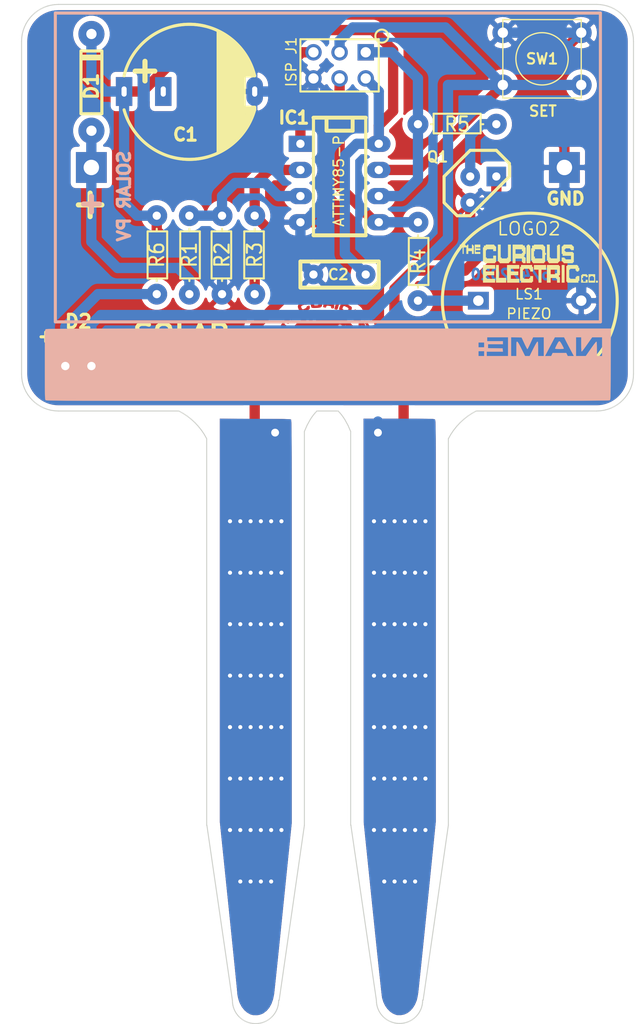
<source format=kicad_pcb>
(kicad_pcb (version 20171130) (host pcbnew "(5.1.0)-1")
  (layers (0 F.Cu signal) (31 B.Cu signal) (34 B.Paste user) (35 F.Paste user) (36 B.SilkS user) (37 F.SilkS user) (38 B.Mask user) (39 F.Mask user) (44 Edge.Cuts user))
  (net 0 "")
  (net 1 GND)
  (net 2 "Net-(D1-Pad2)")
  (net 3 VCC)
  (net 4 "Net-(IC1-Pad1)")
  (net 5 "Net-(Q1-Pad2)")
  (net 6 /Vsolar)
  (net 7 "Net-(P3-Pad2)")
  (net 8 /LED)
  (net 9 "Net-(D2-Pad1)")
  (net 10 /SOIL_POWER)
  (net 11 /PIEZO)
  (net 12 /SOIL_SENSE)
  (net 13 "Net-(LS1-Pad1)")
  (module REInnovationFootprint:TH_Resistor_1 (layer F.Cu) (at 119.38 109.855 270)
    (fp_text reference R1 (at 0 0 270) (layer F.SilkS) (effects (font (size 1.397 1.27) (thickness 0.2032))))
    (fp_text value 470k hide)
    (pad 1 thru_hole circle (at -3.81 0 270) (size 2.032 2.032) (drill 0.8001) (layers *.Cu *.Mask) (net 6 /Vsolar))
    (pad 2 thru_hole circle (at 3.81 0 270) (size 2.032 2.032) (drill 0.8001) (layers *.Cu *.Mask) (net 2 "Net-(D1-Pad2)"))
  )
  (module REInnovationFootprint:TH_Resistor_1 (layer F.Cu) (at 122.555 109.855 90)
    (fp_text reference R2 (at 0 0 90) (layer F.SilkS) (effects (font (size 1.397 1.27) (thickness 0.2032))))
    (fp_text value 10k hide)
    (pad 1 thru_hole circle (at -3.81 0 90) (size 2.032 2.032) (drill 0.8001) (layers *.Cu *.Mask) (net 1 GND))
    (pad 2 thru_hole circle (at 3.81 0 90) (size 2.032 2.032) (drill 0.8001) (layers *.Cu *.Mask) (net 6 /Vsolar))
  )
  (module REInnovationFootprint:TH_Resistor_1 (layer F.Cu) (at 125.73 109.855 90)
    (fp_text reference R3 (at 0 0 90) (layer F.SilkS) (effects (font (size 1.397 1.27) (thickness 0.2032))))
    (fp_text value 100k hide)
    (pad 1 thru_hole circle (at -3.81 0 90) (size 2.032 2.032) (drill 0.8001) (layers *.Cu *.Mask) (net 3 VCC))
    (pad 2 thru_hole circle (at 3.81 0 90) (size 2.032 2.032) (drill 0.8001) (layers *.Cu *.Mask) (net 12 /SOIL_SENSE))
  )
  (module REInnovationFootprint:TH_Resistor_1 (layer F.Cu) (at 141.605 110.49 270)
    (fp_text reference R4 (at 0 0 270) (layer F.SilkS) (effects (font (size 1.397 1.27) (thickness 0.2032))))
    (fp_text value 120 hide)
    (pad 1 thru_hole circle (at -3.81 0 270) (size 2.032 2.032) (drill 0.8001) (layers *.Cu *.Mask) (net 11 /PIEZO))
    (pad 2 thru_hole circle (at 3.81 0 270) (size 2.032 2.032) (drill 0.8001) (layers *.Cu *.Mask) (net 13 "Net-(LS1-Pad1)"))
  )
  (module REInnovationFootprint:TH_Resistor_1 (layer F.Cu) (at 145.415 97.155)
    (fp_text reference R5 (at 0 0) (layer F.SilkS) (effects (font (size 1.397 1.27) (thickness 0.2032))))
    (fp_text value 1k hide)
    (pad 1 thru_hole circle (at -3.81 0) (size 2.032 2.032) (drill 0.8001) (layers *.Cu *.Mask) (net 10 /SOIL_POWER))
    (pad 2 thru_hole circle (at 3.81 0) (size 2.032 2.032) (drill 0.8001) (layers *.Cu *.Mask) (net 5 "Net-(Q1-Pad2)"))
  )
  (module REInnovationFootprint:TH_Resistor_1 (layer F.Cu) (at 116.205 109.855 270)
    (fp_text reference R6 (at 0 0 270) (layer F.SilkS) (effects (font (size 1.397 1.27) (thickness 0.2032))))
    (fp_text value 330 hide)
    (pad 1 thru_hole circle (at -3.81 0 270) (size 2.032 2.032) (drill 0.8001) (layers *.Cu *.Mask) (net 3 VCC))
    (pad 2 thru_hole circle (at 3.81 0 270) (size 2.032 2.032) (drill 0.8001) (layers *.Cu *.Mask) (net 9 "Net-(D2-Pad1)"))
  )
  (module REInnovationFootprint:TH_PIEZO_17x7 (layer F.Cu) (at 152.48 114.3)
    (fp_text reference LS1 (at -0.08 -0.635) (layer F.SilkS))
    (fp_text value PIEZO (at -0.08 1.27 180) (layer F.SilkS))
    (pad 1 thru_hole rect (at -5 0) (size 2.032 1.7272) (drill 1.016) (layers *.Cu *.Mask) (net 13 "Net-(LS1-Pad1)"))
    (pad 2 thru_hole oval (at 5 0) (size 2.032 1.7272) (drill 1.016) (layers *.Cu *.Mask) (net 1 GND))
  )
  (module REInnovationFootprint:PV_53x30mm_TH (layer B.Cu) (at 156.845 86.36 270)
    (fp_text reference SC1 hide)
    (fp_text value "SOLAR PV" (at 17.78 43.815 270) (layer B.SilkS) (effects (font (size 1.2 1.2) (thickness 0.3)) (justify mirror)))
    (fp_text user + (at 18.415 46.99 180) (layer B.SilkS) (effects (font (size 2 2) (thickness 0.5)) (justify mirror)))
    (pad 2 thru_hole rect (at 15 1 180) (size 3 3) (drill 1.5) (layers *.Cu *.Mask) (net 1 GND))
    (pad 1 thru_hole rect (at 15 47) (size 3 3) (drill 1.5) (layers *.Cu *.Mask) (net 2 "Net-(D1-Pad2)"))
  )
  (module CuriousElectric3:2020_04_14_SolarSoilSensorPCB_Outline (layer F.Cu) (at 132.715 134.62)
    (fp_text reference P3 hide)
    (fp_text value SOIL_SENSOR hide)
    (fp_line (start -26.062562 -49.10038) (end -26.062562 -49.10038) (layer Edge.Cuts) (width 0.1))
    (fp_line (start 26.256216 -49.10038) (end -26.062562 -49.10038) (layer Edge.Cuts) (width 0.1))
    (fp_line (start 26.624363 -49.081906) (end 26.256216 -49.10038) (layer Edge.Cuts) (width 0.1))
    (fp_line (start 26.981638 -49.027671) (end 26.624363 -49.081906) (layer Edge.Cuts) (width 0.1))
    (fp_line (start 27.326262 -48.939453) (end 26.981638 -49.027671) (layer Edge.Cuts) (width 0.1))
    (fp_line (start 27.65646 -48.81903) (end 27.326262 -48.939453) (layer Edge.Cuts) (width 0.1))
    (fp_line (start 27.970453 -48.668182) (end 27.65646 -48.81903) (layer Edge.Cuts) (width 0.1))
    (fp_line (start 28.266466 -48.488686) (end 27.970453 -48.668182) (layer Edge.Cuts) (width 0.1))
    (fp_line (start 28.54272 -48.282321) (end 28.266466 -48.488686) (layer Edge.Cuts) (width 0.1))
    (fp_line (start 28.79744 -48.050865) (end 28.54272 -48.282321) (layer Edge.Cuts) (width 0.1))
    (fp_line (start 29.028847 -47.796098) (end 28.79744 -48.050865) (layer Edge.Cuts) (width 0.1))
    (fp_line (start 29.235166 -47.519797) (end 29.028847 -47.796098) (layer Edge.Cuts) (width 0.1))
    (fp_line (start 29.414618 -47.223741) (end 29.235166 -47.519797) (layer Edge.Cuts) (width 0.1))
    (fp_line (start 29.565428 -46.909708) (end 29.414618 -47.223741) (layer Edge.Cuts) (width 0.1))
    (fp_line (start 29.685817 -46.579478) (end 29.565428 -46.909708) (layer Edge.Cuts) (width 0.1))
    (fp_line (start 29.774009 -46.234828) (end 29.685817 -46.579478) (layer Edge.Cuts) (width 0.1))
    (fp_line (start 29.828228 -45.877538) (end 29.774009 -46.234828) (layer Edge.Cuts) (width 0.1))
    (fp_line (start 29.846695 -45.509385) (end 29.828228 -45.877538) (layer Edge.Cuts) (width 0.1))
    (fp_line (start 29.846695 -13.190945) (end 29.846695 -45.509385) (layer Edge.Cuts) (width 0.1))
    (fp_line (start 29.828228 -12.822792) (end 29.846695 -13.190945) (layer Edge.Cuts) (width 0.1))
    (fp_line (start 29.774009 -12.465501) (end 29.828228 -12.822792) (layer Edge.Cuts) (width 0.1))
    (fp_line (start 29.685817 -12.120851) (end 29.774009 -12.465501) (layer Edge.Cuts) (width 0.1))
    (fp_line (start 29.565427 -11.790621) (end 29.685817 -12.120851) (layer Edge.Cuts) (width 0.1))
    (fp_line (start 29.414618 -11.476589) (end 29.565427 -11.790621) (layer Edge.Cuts) (width 0.1))
    (fp_line (start 29.235165 -11.180533) (end 29.414618 -11.476589) (layer Edge.Cuts) (width 0.1))
    (fp_line (start 29.028847 -10.904232) (end 29.235165 -11.180533) (layer Edge.Cuts) (width 0.1))
    (fp_line (start 28.797439 -10.649464) (end 29.028847 -10.904232) (layer Edge.Cuts) (width 0.1))
    (fp_line (start 28.54272 -10.418008) (end 28.797439 -10.649464) (layer Edge.Cuts) (width 0.1))
    (fp_line (start 28.266465 -10.211643) (end 28.54272 -10.418008) (layer Edge.Cuts) (width 0.1))
    (fp_line (start 27.970453 -10.032147) (end 28.266465 -10.211643) (layer Edge.Cuts) (width 0.1))
    (fp_line (start 27.656459 -9.881298) (end 27.970453 -10.032147) (layer Edge.Cuts) (width 0.1))
    (fp_line (start 27.326262 -9.760876) (end 27.656459 -9.881298) (layer Edge.Cuts) (width 0.1))
    (fp_line (start 26.981638 -9.672658) (end 27.326262 -9.760876) (layer Edge.Cuts) (width 0.1))
    (fp_line (start 26.624363 -9.618423) (end 26.981638 -9.672658) (layer Edge.Cuts) (width 0.1))
    (fp_line (start 26.256216 -9.599949) (end 26.624363 -9.618423) (layer Edge.Cuts) (width 0.1))
    (fp_line (start 14.556672 -9.599949) (end 26.256216 -9.599949) (layer Edge.Cuts) (width 0.1))
    (fp_line (start 14.135738 -9.367873) (end 14.556672 -9.599949) (layer Edge.Cuts) (width 0.1))
    (fp_line (start 13.732068 -9.099573) (end 14.135738 -9.367873) (layer Edge.Cuts) (width 0.1))
    (fp_line (start 13.348772 -8.798182) (end 13.732068 -9.099573) (layer Edge.Cuts) (width 0.1))
    (fp_line (start 12.988961 -8.466832) (end 13.348772 -8.798182) (layer Edge.Cuts) (width 0.1))
    (fp_line (start 12.655744 -8.108656) (end 12.988961 -8.466832) (layer Edge.Cuts) (width 0.1))
    (fp_line (start 12.352231 -7.726788) (end 12.655744 -8.108656) (layer Edge.Cuts) (width 0.1))
    (fp_line (start 12.081534 -7.324361) (end 12.352231 -7.726788) (layer Edge.Cuts) (width 0.1))
    (fp_line (start 11.846762 -6.904506) (end 12.081534 -7.324361) (layer Edge.Cuts) (width 0.1))
    (fp_line (start 11.846762 30.636345) (end 11.846762 -6.904506) (layer Edge.Cuts) (width 0.1))
    (fp_line (start 9.393672 47.6322) (end 11.846762 30.636345) (layer Edge.Cuts) (width 0.1))
    (fp_line (start 9.346652 47.6322) (end 9.393672 47.6322) (layer Edge.Cuts) (width 0.1))
    (fp_line (start 9.346652 47.6503) (end 9.346652 47.6322) (layer Edge.Cuts) (width 0.1))
    (fp_line (start 9.335078 47.880987) (end 9.346652 47.6503) (layer Edge.Cuts) (width 0.1))
    (fp_line (start 9.301098 48.104864) (end 9.335078 47.880987) (layer Edge.Cuts) (width 0.1))
    (fp_line (start 9.245828 48.320818) (end 9.301098 48.104864) (layer Edge.Cuts) (width 0.1))
    (fp_line (start 9.170379 48.527734) (end 9.245828 48.320818) (layer Edge.Cuts) (width 0.1))
    (fp_line (start 9.075867 48.724498) (end 9.170379 48.527734) (layer Edge.Cuts) (width 0.1))
    (fp_line (start 8.963406 48.909997) (end 9.075867 48.724498) (layer Edge.Cuts) (width 0.1))
    (fp_line (start 8.83411 49.083116) (end 8.963406 48.909997) (layer Edge.Cuts) (width 0.1))
    (fp_line (start 8.689092 49.242741) (end 8.83411 49.083116) (layer Edge.Cuts) (width 0.1))
    (fp_line (start 8.529467 49.387759) (end 8.689092 49.242741) (layer Edge.Cuts) (width 0.1))
    (fp_line (start 8.356348 49.517056) (end 8.529467 49.387759) (layer Edge.Cuts) (width 0.1))
    (fp_line (start 8.17085 49.629516) (end 8.356348 49.517056) (layer Edge.Cuts) (width 0.1))
    (fp_line (start 7.974086 49.724028) (end 8.17085 49.629516) (layer Edge.Cuts) (width 0.1))
    (fp_line (start 7.767172 49.799476) (end 7.974086 49.724028) (layer Edge.Cuts) (width 0.1))
    (fp_line (start 7.551219 49.854747) (end 7.767172 49.799476) (layer Edge.Cuts) (width 0.1))
    (fp_line (start 7.327344 49.888726) (end 7.551219 49.854747) (layer Edge.Cuts) (width 0.1))
    (fp_line (start 7.096659 49.9003) (end 7.327344 49.888726) (layer Edge.Cuts) (width 0.1))
    (fp_line (start 6.865973 49.888726) (end 7.096659 49.9003) (layer Edge.Cuts) (width 0.1))
    (fp_line (start 6.642097 49.854747) (end 6.865973 49.888726) (layer Edge.Cuts) (width 0.1))
    (fp_line (start 6.426144 49.799476) (end 6.642097 49.854747) (layer Edge.Cuts) (width 0.1))
    (fp_line (start 6.219229 49.724028) (end 6.426144 49.799476) (layer Edge.Cuts) (width 0.1))
    (fp_line (start 6.022466 49.629516) (end 6.219229 49.724028) (layer Edge.Cuts) (width 0.1))
    (fp_line (start 5.836968 49.517056) (end 6.022466 49.629516) (layer Edge.Cuts) (width 0.1))
    (fp_line (start 5.663849 49.387759) (end 5.836968 49.517056) (layer Edge.Cuts) (width 0.1))
    (fp_line (start 5.504224 49.242741) (end 5.663849 49.387759) (layer Edge.Cuts) (width 0.1))
    (fp_line (start 5.359206 49.083116) (end 5.504224 49.242741) (layer Edge.Cuts) (width 0.1))
    (fp_line (start 5.22991 48.909997) (end 5.359206 49.083116) (layer Edge.Cuts) (width 0.1))
    (fp_line (start 5.117449 48.724498) (end 5.22991 48.909997) (layer Edge.Cuts) (width 0.1))
    (fp_line (start 5.022938 48.527734) (end 5.117449 48.724498) (layer Edge.Cuts) (width 0.1))
    (fp_line (start 4.94749 48.320818) (end 5.022938 48.527734) (layer Edge.Cuts) (width 0.1))
    (fp_line (start 4.892219 48.104864) (end 4.94749 48.320818) (layer Edge.Cuts) (width 0.1))
    (fp_line (start 4.85824 47.880987) (end 4.892219 48.104864) (layer Edge.Cuts) (width 0.1))
    (fp_line (start 4.846666 47.6503) (end 4.85824 47.880987) (layer Edge.Cuts) (width 0.1))
    (fp_line (start 4.846666 47.6322) (end 4.846666 47.6503) (layer Edge.Cuts) (width 0.1))
    (fp_line (start 2.370333 30.660115) (end 4.846666 47.6322) (layer Edge.Cuts) (width 0.1))
    (fp_line (start 2.376533 30.636355) (end 2.370333 30.660115) (layer Edge.Cuts) (width 0.1))
    (fp_line (start 2.346553 30.636355) (end 2.376533 30.636355) (layer Edge.Cuts) (width 0.1))
    (fp_line (start 2.346553 -7.611441) (end 2.346553 30.636355) (layer Edge.Cuts) (width 0.1))
    (fp_line (start 2.08575 -8.21065) (end 2.346553 -7.611441) (layer Edge.Cuts) (width 0.1))
    (fp_line (start 1.790154 -8.749556) (end 2.08575 -8.21065) (layer Edge.Cuts) (width 0.1))
    (fp_line (start 1.63188 -8.992762) (end 1.790154 -8.749556) (layer Edge.Cuts) (width 0.1))
    (fp_line (start 1.467996 -9.216532) (end 1.63188 -8.992762) (layer Edge.Cuts) (width 0.1))
    (fp_line (start 1.299528 -9.419412) (end 1.467996 -9.216532) (layer Edge.Cuts) (width 0.1))
    (fp_line (start 1.127507 -9.599949) (end 1.299528 -9.419412) (layer Edge.Cuts) (width 0.1))
    (fp_line (start -0.933865 -9.599949) (end 1.127507 -9.599949) (layer Edge.Cuts) (width 0.1))
    (fp_line (start -1.105892 -9.419449) (end -0.933865 -9.599949) (layer Edge.Cuts) (width 0.1))
    (fp_line (start -1.27436 -9.216634) (end -1.105892 -9.419449) (layer Edge.Cuts) (width 0.1))
    (fp_line (start -1.438242 -8.992947) (end -1.27436 -9.216634) (layer Edge.Cuts) (width 0.1))
    (fp_line (start -1.596511 -8.749832) (end -1.438242 -8.992947) (layer Edge.Cuts) (width 0.1))
    (fp_line (start -1.8921 -8.21109) (end -1.596511 -8.749832) (layer Edge.Cuts) (width 0.1))
    (fp_line (start -2.152911 -7.611957) (end -1.8921 -8.21109) (layer Edge.Cuts) (width 0.1))
    (fp_line (start -2.152911 30.652386) (end -2.152911 -7.611957) (layer Edge.Cuts) (width 0.1))
    (fp_line (start -4.605996 47.64825) (end -2.152911 30.652386) (layer Edge.Cuts) (width 0.1))
    (fp_line (start -4.653016 47.64825) (end -4.605996 47.64825) (layer Edge.Cuts) (width 0.1))
    (fp_line (start -4.653016 47.66635) (end -4.653016 47.64825) (layer Edge.Cuts) (width 0.1))
    (fp_line (start -4.66459 47.897037) (end -4.653016 47.66635) (layer Edge.Cuts) (width 0.1))
    (fp_line (start -4.69857 48.120914) (end -4.66459 47.897037) (layer Edge.Cuts) (width 0.1))
    (fp_line (start -4.75384 48.336868) (end -4.69857 48.120914) (layer Edge.Cuts) (width 0.1))
    (fp_line (start -4.829289 48.543784) (end -4.75384 48.336868) (layer Edge.Cuts) (width 0.1))
    (fp_line (start -4.923801 48.740548) (end -4.829289 48.543784) (layer Edge.Cuts) (width 0.1))
    (fp_line (start -5.036262 48.926047) (end -4.923801 48.740548) (layer Edge.Cuts) (width 0.1))
    (fp_line (start -5.165558 49.099166) (end -5.036262 48.926047) (layer Edge.Cuts) (width 0.1))
    (fp_line (start -5.310576 49.258791) (end -5.165558 49.099166) (layer Edge.Cuts) (width 0.1))
    (fp_line (start -5.470201 49.403809) (end -5.310576 49.258791) (layer Edge.Cuts) (width 0.1))
    (fp_line (start -5.64332 49.533106) (end -5.470201 49.403809) (layer Edge.Cuts) (width 0.1))
    (fp_line (start -5.828818 49.645566) (end -5.64332 49.533106) (layer Edge.Cuts) (width 0.1))
    (fp_line (start -6.025582 49.740078) (end -5.828818 49.645566) (layer Edge.Cuts) (width 0.1))
    (fp_line (start -6.232496 49.815526) (end -6.025582 49.740078) (layer Edge.Cuts) (width 0.1))
    (fp_line (start -6.448449 49.870797) (end -6.232496 49.815526) (layer Edge.Cuts) (width 0.1))
    (fp_line (start -6.672324 49.904776) (end -6.448449 49.870797) (layer Edge.Cuts) (width 0.1))
    (fp_line (start -6.903009 49.91635) (end -6.672324 49.904776) (layer Edge.Cuts) (width 0.1))
    (fp_line (start -7.133695 49.904776) (end -6.903009 49.91635) (layer Edge.Cuts) (width 0.1))
    (fp_line (start -7.357571 49.870797) (end -7.133695 49.904776) (layer Edge.Cuts) (width 0.1))
    (fp_line (start -7.573524 49.815526) (end -7.357571 49.870797) (layer Edge.Cuts) (width 0.1))
    (fp_line (start -7.780439 49.740078) (end -7.573524 49.815526) (layer Edge.Cuts) (width 0.1))
    (fp_line (start -7.977202 49.645566) (end -7.780439 49.740078) (layer Edge.Cuts) (width 0.1))
    (fp_line (start -8.1627 49.533106) (end -7.977202 49.645566) (layer Edge.Cuts) (width 0.1))
    (fp_line (start -8.335819 49.403809) (end -8.1627 49.533106) (layer Edge.Cuts) (width 0.1))
    (fp_line (start -8.495444 49.258791) (end -8.335819 49.403809) (layer Edge.Cuts) (width 0.1))
    (fp_line (start -8.640461 49.099166) (end -8.495444 49.258791) (layer Edge.Cuts) (width 0.1))
    (fp_line (start -8.769757 48.926047) (end -8.640461 49.099166) (layer Edge.Cuts) (width 0.1))
    (fp_line (start -8.882218 48.740548) (end -8.769757 48.926047) (layer Edge.Cuts) (width 0.1))
    (fp_line (start -8.976729 48.543784) (end -8.882218 48.740548) (layer Edge.Cuts) (width 0.1))
    (fp_line (start -9.052177 48.336868) (end -8.976729 48.543784) (layer Edge.Cuts) (width 0.1))
    (fp_line (start -9.107448 48.120914) (end -9.052177 48.336868) (layer Edge.Cuts) (width 0.1))
    (fp_line (start -9.141427 47.897037) (end -9.107448 48.120914) (layer Edge.Cuts) (width 0.1))
    (fp_line (start -9.153001 47.66635) (end -9.141427 47.897037) (layer Edge.Cuts) (width 0.1))
    (fp_line (start -9.153001 47.64825) (end -9.153001 47.66635) (layer Edge.Cuts) (width 0.1))
    (fp_line (start -11.629336 30.676163) (end -9.153001 47.64825) (layer Edge.Cuts) (width 0.1))
    (fp_line (start -11.623136 30.652373) (end -11.629336 30.676163) (layer Edge.Cuts) (width 0.1))
    (fp_line (start -11.653106 30.652373) (end -11.623136 30.652373) (layer Edge.Cuts) (width 0.1))
    (fp_line (start -11.653106 -6.909673) (end -11.653106 30.652373) (layer Edge.Cuts) (width 0.1))
    (fp_line (start -11.888242 -7.328355) (end -11.653106 -6.909673) (layer Edge.Cuts) (width 0.1))
    (fp_line (start -12.1593 -7.729821) (end -11.888242 -7.328355) (layer Edge.Cuts) (width 0.1))
    (fp_line (start -12.463128 -8.110909) (end -12.1593 -7.729821) (layer Edge.Cuts) (width 0.1))
    (fp_line (start -12.796575 -8.468454) (end -12.463128 -8.110909) (layer Edge.Cuts) (width 0.1))
    (fp_line (start -13.156491 -8.799294) (end -12.796575 -8.468454) (layer Edge.Cuts) (width 0.1))
    (fp_line (start -13.539723 -9.100266) (end -13.156491 -8.799294) (layer Edge.Cuts) (width 0.1))
    (fp_line (start -13.943122 -9.368205) (end -13.539723 -9.100266) (layer Edge.Cuts) (width 0.1))
    (fp_line (start -14.363535 -9.599949) (end -13.943122 -9.368205) (layer Edge.Cuts) (width 0.1))
    (fp_line (start -26.062562 -9.599949) (end -14.363535 -9.599949) (layer Edge.Cuts) (width 0.1))
    (fp_line (start -26.430709 -9.618423) (end -26.062562 -9.599949) (layer Edge.Cuts) (width 0.1))
    (fp_line (start -26.787983 -9.672658) (end -26.430709 -9.618423) (layer Edge.Cuts) (width 0.1))
    (fp_line (start -27.132608 -9.760876) (end -26.787983 -9.672658) (layer Edge.Cuts) (width 0.1))
    (fp_line (start -27.462805 -9.881298) (end -27.132608 -9.760876) (layer Edge.Cuts) (width 0.1))
    (fp_line (start -27.776798 -10.032147) (end -27.462805 -9.881298) (layer Edge.Cuts) (width 0.1))
    (fp_line (start -28.072811 -10.211643) (end -27.776798 -10.032147) (layer Edge.Cuts) (width 0.1))
    (fp_line (start -28.349065 -10.418008) (end -28.072811 -10.211643) (layer Edge.Cuts) (width 0.1))
    (fp_line (start -28.603784 -10.649464) (end -28.349065 -10.418008) (layer Edge.Cuts) (width 0.1))
    (fp_line (start -28.835192 -10.904232) (end -28.603784 -10.649464) (layer Edge.Cuts) (width 0.1))
    (fp_line (start -29.04151 -11.180533) (end -28.835192 -10.904232) (layer Edge.Cuts) (width 0.1))
    (fp_line (start -29.220962 -11.476589) (end -29.04151 -11.180533) (layer Edge.Cuts) (width 0.1))
    (fp_line (start -29.371772 -11.790621) (end -29.220962 -11.476589) (layer Edge.Cuts) (width 0.1))
    (fp_line (start -29.492161 -12.120851) (end -29.371772 -11.790621) (layer Edge.Cuts) (width 0.1))
    (fp_line (start -29.580354 -12.465501) (end -29.492161 -12.120851) (layer Edge.Cuts) (width 0.1))
    (fp_line (start -29.634573 -12.822792) (end -29.580354 -12.465501) (layer Edge.Cuts) (width 0.1))
    (fp_line (start -29.65304 -13.190945) (end -29.634573 -12.822792) (layer Edge.Cuts) (width 0.1))
    (fp_line (start -29.65304 -45.509385) (end -29.65304 -13.190945) (layer Edge.Cuts) (width 0.1))
    (fp_line (start -29.634573 -45.877538) (end -29.65304 -45.509385) (layer Edge.Cuts) (width 0.1))
    (fp_line (start -29.580354 -46.234828) (end -29.634573 -45.877538) (layer Edge.Cuts) (width 0.1))
    (fp_line (start -29.492161 -46.579478) (end -29.580354 -46.234828) (layer Edge.Cuts) (width 0.1))
    (fp_line (start -29.371772 -46.909708) (end -29.492161 -46.579478) (layer Edge.Cuts) (width 0.1))
    (fp_line (start -29.220962 -47.223741) (end -29.371772 -46.909708) (layer Edge.Cuts) (width 0.1))
    (fp_line (start -29.04151 -47.519797) (end -29.220962 -47.223741) (layer Edge.Cuts) (width 0.1))
    (fp_line (start -28.835192 -47.796098) (end -29.04151 -47.519797) (layer Edge.Cuts) (width 0.1))
    (fp_line (start -28.603784 -48.050865) (end -28.835192 -47.796098) (layer Edge.Cuts) (width 0.1))
    (fp_line (start -28.349065 -48.282321) (end -28.603784 -48.050865) (layer Edge.Cuts) (width 0.1))
    (fp_line (start -28.072811 -48.488686) (end -28.349065 -48.282321) (layer Edge.Cuts) (width 0.1))
    (fp_line (start -27.776798 -48.668182) (end -28.072811 -48.488686) (layer Edge.Cuts) (width 0.1))
    (fp_line (start -27.462805 -48.81903) (end -27.776798 -48.668182) (layer Edge.Cuts) (width 0.1))
    (fp_line (start -27.132608 -48.939453) (end -27.462805 -48.81903) (layer Edge.Cuts) (width 0.1))
    (fp_line (start -26.787983 -49.027671) (end -27.132608 -48.939453) (layer Edge.Cuts) (width 0.1))
    (fp_line (start -26.430709 -49.081906) (end -26.787983 -49.027671) (layer Edge.Cuts) (width 0.1))
    (fp_line (start -26.062562 -49.10038) (end -26.430709 -49.081906) (layer Edge.Cuts) (width 0.1))
    (fp_poly (pts (xy 7.645948 -8.847627) (xy 8.185598 -8.847417) (xy 8.651714 -8.846903) (xy 9.049863 -8.845951) (xy 9.385611 -8.844428) (xy 9.664525 -8.842198) (xy 9.892171 -8.839127) (xy 10.074115 -8.835082) (xy 10.215925 -8.829929) (xy 10.323167 -8.823533) (xy 10.401406 -8.815759) (xy 10.456211 -8.806475) (xy 10.493146 -8.795546) (xy 10.517779 -8.782838) (xy 10.535676 -8.768216) (xy 10.541 -8.763) (xy 10.547657 -8.75584) (xy 10.553956 -8.746511) (xy 10.559906 -8.732724) (xy 10.565517 -8.712189) (xy 10.5708 -8.682616) (xy 10.575764 -8.641716) (xy 10.58042 -8.587199) (xy 10.584776 -8.516774) (xy 10.588843 -8.428154) (xy 10.592632 -8.319046) (xy 10.596151 -8.187163) (xy 10.599411 -8.030213) (xy 10.602421 -7.845908) (xy 10.605193 -7.631957) (xy 10.607734 -7.386071) (xy 10.610056 -7.10596) (xy 10.612169 -6.789334) (xy 10.614082 -6.433904) (xy 10.615805 -6.03738) (xy 10.617348 -5.597471) (xy 10.618721 -5.111889) (xy 10.619934 -4.578343) (xy 10.620997 -3.994544) (xy 10.621919 -3.358202) (xy 10.622712 -2.667027) (xy 10.623384 -1.91873) (xy 10.623945 -1.11102) (xy 10.624406 -0.241608) (xy 10.624777 0.691795) (xy 10.625066 1.69148) (xy 10.625285 2.759737) (xy 10.625443 3.898854) (xy 10.62555 5.111123) (xy 10.625616 6.398832) (xy 10.625651 7.764271) (xy 10.625664 9.20973) (xy 10.625667 10.7375) (xy 10.625667 30.245342) (xy 9.800673 38.353088) (xy 9.716346 39.180878) (xy 9.633688 39.990426) (xy 9.553157 40.777337) (xy 9.475209 41.537214) (xy 9.400301 42.265662) (xy 9.32889 42.958284) (xy 9.261433 43.610685) (xy 9.198386 44.218469) (xy 9.140207 44.777241) (xy 9.087352 45.282603) (xy 9.040278 45.73016) (xy 8.999442 46.115517) (xy 8.9653 46.434277) (xy 8.93831 46.682045) (xy 8.918928 46.854425) (xy 8.907611 46.94702) (xy 8.907521 46.947667) (xy 8.871423 47.17299) (xy 8.827837 47.396513) (xy 8.783055 47.587933) (xy 8.753726 47.6885) (xy 8.589997 48.074972) (xy 8.38044 48.408333) (xy 8.131789 48.682486) (xy 7.85078 48.891337) (xy 7.544151 49.02879) (xy 7.218637 49.088748) (xy 7.205611 49.089435) (xy 7.036291 49.09145) (xy 6.881711 49.08305) (xy 6.789534 49.068994) (xy 6.474347 48.945466) (xy 6.18267 48.748568) (xy 5.922497 48.488161) (xy 5.701822 48.174107) (xy 5.528638 47.816268) (xy 5.41094 47.424506) (xy 5.396021 47.349833) (xy 5.385451 47.274049) (xy 5.366715 47.11827) (xy 5.340263 46.886729) (xy 5.306544 46.583658) (xy 5.266008 46.213288) (xy 5.219105 45.779854) (xy 5.166283 45.287586) (xy 5.107992 44.740717) (xy 5.044683 44.14348) (xy 4.976804 43.500107) (xy 4.904804 42.81483) (xy 4.829135 42.091881) (xy 4.750244 41.335494) (xy 4.668581 40.5499) (xy 4.584597 39.739331) (xy 4.49874 38.90802) (xy 4.476543 38.692667) (xy 3.6195 30.374167) (xy 3.608781 10.76325) (xy 3.598063 -8.847667) (xy 7.027198 -8.847667) (xy 7.645948 -8.847627)) (layer B.Cu) (width 0.01))
    (fp_poly (pts (xy -6.949158 -8.837817) (xy -6.314325 -8.835511) (xy -5.759082 -8.833) (xy -5.278351 -8.830182) (xy -4.867058 -8.826956) (xy -4.520124 -8.823221) (xy -4.232474 -8.818877) (xy -3.999031 -8.813823) (xy -3.814718 -8.807958) (xy -3.674458 -8.80118) (xy -3.573175 -8.793389) (xy -3.505793 -8.784484) (xy -3.467234 -8.774365) (xy -3.456658 -8.7684) (xy -3.451151 -8.759861) (xy -3.445939 -8.742131) (xy -3.441014 -8.712952) (xy -3.436367 -8.670066) (xy -3.431991 -8.611214) (xy -3.427878 -8.534139) (xy -3.42402 -8.436582) (xy -3.420408 -8.316286) (xy -3.417035 -8.170991) (xy -3.413892 -7.998441) (xy -3.410972 -7.796376) (xy -3.408266 -7.562539) (xy -3.405766 -7.294672) (xy -3.403465 -6.990516) (xy -3.401353 -6.647813) (xy -3.399424 -6.264306) (xy -3.39767 -5.837735) (xy -3.396081 -5.365844) (xy -3.39465 -4.846373) (xy -3.393369 -4.277066) (xy -3.39223 -3.655662) (xy -3.391225 -2.979905) (xy -3.390345 -2.247537) (xy -3.389583 -1.456298) (xy -3.388931 -0.603932) (xy -3.388381 0.311821) (xy -3.387924 1.293218) (xy -3.387553 2.342517) (xy -3.387259 3.461976) (xy -3.387034 4.653854) (xy -3.386871 5.920409) (xy -3.386761 7.263899) (xy -3.386696 8.686582) (xy -3.386669 10.190716) (xy -3.386666 10.853583) (xy -3.386666 30.417466) (xy -4.213037 38.523816) (xy -4.297442 39.350754) (xy -4.380146 40.159009) (xy -4.460695 40.944216) (xy -4.538632 41.702011) (xy -4.613504 42.428032) (xy -4.684854 43.117914) (xy -4.752228 43.767294) (xy -4.815169 44.371808) (xy -4.873223 44.927092) (xy -4.925935 45.428783) (xy -4.972849 45.872517) (xy -5.013511 46.253929) (xy -5.047463 46.568658) (xy -5.074253 46.812337) (xy -5.093423 46.980605) (xy -5.10452 47.069097) (xy -5.104669 47.070109) (xy -5.208094 47.562526) (xy -5.362411 47.993013) (xy -5.566271 48.359343) (xy -5.818322 48.659287) (xy -6.117215 48.890614) (xy -6.252601 48.964918) (xy -6.514221 49.057061) (xy -6.806 49.100354) (xy -7.097132 49.09315) (xy -7.356814 49.0338) (xy -7.379233 49.025188) (xy -7.700235 48.851817) (xy -7.987494 48.605997) (xy -8.233532 48.295767) (xy -8.430872 47.929168) (xy -8.457331 47.866057) (xy -8.537075 47.636655) (xy -8.605097 47.381768) (xy -8.654116 47.133588) (xy -8.676852 46.92431) (xy -8.677598 46.892038) (xy -8.681962 46.834167) (xy -8.694624 46.696222) (xy -8.715166 46.482346) (xy -8.743167 46.196683) (xy -8.778209 45.843375) (xy -8.819873 45.426564) (xy -8.867739 44.950395) (xy -8.921389 44.41901) (xy -8.980402 43.836552) (xy -9.04436 43.207164) (xy -9.112844 42.534989) (xy -9.185435 41.82417) (xy -9.261713 41.07885) (xy -9.341258 40.303172) (xy -9.423653 39.501278) (xy -9.508477 38.677312) (xy -9.525 38.516997) (xy -10.371666 30.303418) (xy -10.371666 -8.849134) (xy -6.949158 -8.837817)) (layer B.Cu) (width 0.01))
    (fp_poly (pts (xy 7.645948 -8.847627) (xy 8.185598 -8.847417) (xy 8.651714 -8.846903) (xy 9.049863 -8.845951) (xy 9.385611 -8.844428) (xy 9.664525 -8.842198) (xy 9.892171 -8.839127) (xy 10.074115 -8.835082) (xy 10.215925 -8.829929) (xy 10.323167 -8.823533) (xy 10.401406 -8.815759) (xy 10.456211 -8.806475) (xy 10.493146 -8.795546) (xy 10.517779 -8.782838) (xy 10.535676 -8.768216) (xy 10.541 -8.763) (xy 10.547657 -8.75584) (xy 10.553956 -8.746511) (xy 10.559906 -8.732724) (xy 10.565517 -8.712189) (xy 10.5708 -8.682616) (xy 10.575764 -8.641716) (xy 10.58042 -8.587199) (xy 10.584776 -8.516774) (xy 10.588843 -8.428154) (xy 10.592632 -8.319046) (xy 10.596151 -8.187163) (xy 10.599411 -8.030213) (xy 10.602421 -7.845908) (xy 10.605193 -7.631957) (xy 10.607734 -7.386071) (xy 10.610056 -7.10596) (xy 10.612169 -6.789334) (xy 10.614082 -6.433904) (xy 10.615805 -6.03738) (xy 10.617348 -5.597471) (xy 10.618721 -5.111889) (xy 10.619934 -4.578343) (xy 10.620997 -3.994544) (xy 10.621919 -3.358202) (xy 10.622712 -2.667027) (xy 10.623384 -1.91873) (xy 10.623945 -1.11102) (xy 10.624406 -0.241608) (xy 10.624777 0.691795) (xy 10.625066 1.69148) (xy 10.625285 2.759737) (xy 10.625443 3.898854) (xy 10.62555 5.111123) (xy 10.625616 6.398832) (xy 10.625651 7.764271) (xy 10.625664 9.20973) (xy 10.625667 10.7375) (xy 10.625667 30.245342) (xy 9.800673 38.353088) (xy 9.716346 39.180878) (xy 9.633688 39.990426) (xy 9.553157 40.777337) (xy 9.475209 41.537214) (xy 9.400301 42.265662) (xy 9.32889 42.958284) (xy 9.261433 43.610685) (xy 9.198386 44.218469) (xy 9.140207 44.777241) (xy 9.087352 45.282603) (xy 9.040278 45.73016) (xy 8.999442 46.115517) (xy 8.9653 46.434277) (xy 8.93831 46.682045) (xy 8.918928 46.854425) (xy 8.907611 46.94702) (xy 8.907521 46.947667) (xy 8.871423 47.17299) (xy 8.827837 47.396513) (xy 8.783055 47.587933) (xy 8.753726 47.6885) (xy 8.589997 48.074972) (xy 8.38044 48.408333) (xy 8.131789 48.682486) (xy 7.85078 48.891337) (xy 7.544151 49.02879) (xy 7.218637 49.088748) (xy 7.205611 49.089435) (xy 7.036291 49.09145) (xy 6.881711 49.08305) (xy 6.789534 49.068994) (xy 6.474347 48.945466) (xy 6.18267 48.748568) (xy 5.922497 48.488161) (xy 5.701822 48.174107) (xy 5.528638 47.816268) (xy 5.41094 47.424506) (xy 5.396021 47.349833) (xy 5.385451 47.274049) (xy 5.366715 47.11827) (xy 5.340263 46.886729) (xy 5.306544 46.583658) (xy 5.266008 46.213288) (xy 5.219105 45.779854) (xy 5.166283 45.287586) (xy 5.107992 44.740717) (xy 5.044683 44.14348) (xy 4.976804 43.500107) (xy 4.904804 42.81483) (xy 4.829135 42.091881) (xy 4.750244 41.335494) (xy 4.668581 40.5499) (xy 4.584597 39.739331) (xy 4.49874 38.90802) (xy 4.476543 38.692667) (xy 3.6195 30.374167) (xy 3.608781 10.76325) (xy 3.598063 -8.847667) (xy 7.027198 -8.847667) (xy 7.645948 -8.847627)) (layer F.Cu) (width 0.01))
    (fp_poly (pts (xy -6.949158 -8.837817) (xy -6.314325 -8.835511) (xy -5.759082 -8.833) (xy -5.278351 -8.830182) (xy -4.867058 -8.826956) (xy -4.520124 -8.823221) (xy -4.232474 -8.818877) (xy -3.999031 -8.813823) (xy -3.814718 -8.807958) (xy -3.674458 -8.80118) (xy -3.573175 -8.793389) (xy -3.505793 -8.784484) (xy -3.467234 -8.774365) (xy -3.456658 -8.7684) (xy -3.451151 -8.759861) (xy -3.445939 -8.742131) (xy -3.441014 -8.712952) (xy -3.436367 -8.670066) (xy -3.431991 -8.611214) (xy -3.427878 -8.534139) (xy -3.42402 -8.436582) (xy -3.420408 -8.316286) (xy -3.417035 -8.170991) (xy -3.413892 -7.998441) (xy -3.410972 -7.796376) (xy -3.408266 -7.562539) (xy -3.405766 -7.294672) (xy -3.403465 -6.990516) (xy -3.401353 -6.647813) (xy -3.399424 -6.264306) (xy -3.39767 -5.837735) (xy -3.396081 -5.365844) (xy -3.39465 -4.846373) (xy -3.393369 -4.277066) (xy -3.39223 -3.655662) (xy -3.391225 -2.979905) (xy -3.390345 -2.247537) (xy -3.389583 -1.456298) (xy -3.388931 -0.603932) (xy -3.388381 0.311821) (xy -3.387924 1.293218) (xy -3.387553 2.342517) (xy -3.387259 3.461976) (xy -3.387034 4.653854) (xy -3.386871 5.920409) (xy -3.386761 7.263899) (xy -3.386696 8.686582) (xy -3.386669 10.190716) (xy -3.386666 10.853583) (xy -3.386666 30.417466) (xy -4.213037 38.523816) (xy -4.297442 39.350754) (xy -4.380146 40.159009) (xy -4.460695 40.944216) (xy -4.538632 41.702011) (xy -4.613504 42.428032) (xy -4.684854 43.117914) (xy -4.752228 43.767294) (xy -4.815169 44.371808) (xy -4.873223 44.927092) (xy -4.925935 45.428783) (xy -4.972849 45.872517) (xy -5.013511 46.253929) (xy -5.047463 46.568658) (xy -5.074253 46.812337) (xy -5.093423 46.980605) (xy -5.10452 47.069097) (xy -5.104669 47.070109) (xy -5.208094 47.562526) (xy -5.362411 47.993013) (xy -5.566271 48.359343) (xy -5.818322 48.659287) (xy -6.117215 48.890614) (xy -6.252601 48.964918) (xy -6.514221 49.057061) (xy -6.806 49.100354) (xy -7.097132 49.09315) (xy -7.356814 49.0338) (xy -7.379233 49.025188) (xy -7.700235 48.851817) (xy -7.987494 48.605997) (xy -8.233532 48.295767) (xy -8.430872 47.929168) (xy -8.457331 47.866057) (xy -8.537075 47.636655) (xy -8.605097 47.381768) (xy -8.654116 47.133588) (xy -8.676852 46.92431) (xy -8.677598 46.892038) (xy -8.681962 46.834167) (xy -8.694624 46.696222) (xy -8.715166 46.482346) (xy -8.743167 46.196683) (xy -8.778209 45.843375) (xy -8.819873 45.426564) (xy -8.867739 44.950395) (xy -8.921389 44.41901) (xy -8.980402 43.836552) (xy -9.04436 43.207164) (xy -9.112844 42.534989) (xy -9.185435 41.82417) (xy -9.261713 41.07885) (xy -9.341258 40.303172) (xy -9.423653 39.501278) (xy -9.508477 38.677312) (xy -9.525 38.516997) (xy -10.371666 30.303418) (xy -10.371666 -8.849134) (xy -6.949158 -8.837817)) (layer F.Cu) (width 0.01))
    (pad 2 thru_hole circle (at 5 -7.5) (size 1.524 1.524) (drill 0.762) (layers *.Cu *.Mask) (net 7 "Net-(P3-Pad2)"))
    (pad 1 thru_hole circle (at -5 -7.5) (size 1.524 1.524) (drill 0.762) (layers *.Cu *.Mask) (net 12 /SOIL_SENSE))
  )
  (module REInnovationFootprint:TH_Diode_1 (layer F.Cu) (at 109.855 93.472 90)
    (fp_text reference D1 (at 0 0 90) (layer F.SilkS) (effects (font (size 1.3 1.3) (thickness 0.3))))
    (fp_text value 1N5819 hide)
    (pad 1 thru_hole circle (at 5.08 0 90) (size 2.54 2.54) (drill 1.00076) (layers *.Cu *.Mask) (net 3 VCC))
    (pad 2 thru_hole circle (at -4.318 0 90) (size 2.54 2.54) (drill 1.00076) (layers *.Cu *.Mask) (net 2 "Net-(D1-Pad2)"))
  )
  (module REInnovationFootprint:LED-5MM_larg_pad (layer F.Cu) (at 108.585 120.65)
    (fp_text reference D2 (at 0 -4.318 -180) (layer F.SilkS) (effects (font (size 1.3 1.3) (thickness 0.3))))
    (fp_text value LED hide)
    (fp_text user + (at -3.175 -2.921) (layer F.SilkS) (effects (font (size 1.2 1.2) (thickness 0.3))))
    (pad 1 thru_hole circle (at -1.27 0) (size 2.032 2.032) (drill 0.8128) (layers *.Cu *.Mask) (net 9 "Net-(D2-Pad1)"))
    (pad 2 thru_hole circle (at 1.27 0) (size 2.032 2.032) (drill 0.8128) (layers *.Cu *.Mask) (net 8 /LED))
  )
  (module REInnovationFootprint:DIP-8_300_ELL (layer F.Cu) (at 133.985 106.68 270)
    (fp_text reference IC1 (at -10.16 4.445) (layer F.SilkS) (effects (font (size 1.2 1.2) (thickness 0.3))))
    (fp_text value ATTINY85-P (at -4.017 0.08 270) (layer F.SilkS))
    (pad 8 thru_hole oval (at -7.62 -3.81 270) (size 1.5748 2.286) (drill 0.8128) (layers *.Cu *.Mask) (net 3 VCC))
    (pad 7 thru_hole oval (at -5.08 -3.81 270) (size 1.5748 2.286) (drill 0.8128) (layers *.Cu *.Mask) (net 8 /LED))
    (pad 6 thru_hole oval (at -2.54 -3.81 270) (size 1.5748 2.286) (drill 0.8128) (layers *.Cu *.Mask) (net 10 /SOIL_POWER))
    (pad 5 thru_hole oval (at 0 -3.81 270) (size 1.5748 2.286) (drill 0.8128) (layers *.Cu *.Mask) (net 11 /PIEZO))
    (pad 4 thru_hole oval (at 0 3.81 270) (size 1.5748 2.286) (drill 0.8128) (layers *.Cu *.Mask) (net 1 GND))
    (pad 3 thru_hole oval (at -2.54 3.81 270) (size 1.5748 2.286) (drill 0.8128) (layers *.Cu *.Mask) (net 6 /Vsolar))
    (pad 2 thru_hole oval (at -5.08 3.81 270) (size 1.5748 2.286) (drill 0.8128) (layers *.Cu *.Mask) (net 12 /SOIL_SENSE))
    (pad 1 thru_hole rect (at -7.62 3.81 270) (size 1.5748 2.286) (drill 0.8128) (layers *.Cu *.Mask) (net 4 "Net-(IC1-Pad1)"))
  )
  (module REInnovationFootprint:TH3x2_ISP (layer F.Cu) (at 133.35 91.44 180)
    (fp_text reference J1 (at 4.064 1.905 90) (layer F.SilkS))
    (fp_text value ISP (at 4.064 -0.889 270) (layer F.SilkS))
    (pad 6 thru_hole circle (at 1.905 -1.27 180) (size 1.6002 1.6002) (drill 1) (layers *.Cu *.Mask) (net 1 GND))
    (pad 5 thru_hole circle (at 1.905 1.27 180) (size 1.6002 1.6002) (drill 1) (layers *.Cu *.Mask) (net 4 "Net-(IC1-Pad1)"))
    (pad 4 thru_hole circle (at -0.635 -1.27 180) (size 1.6002 1.6002) (drill 1) (layers *.Cu *.Mask) (net 11 /PIEZO))
    (pad 3 thru_hole circle (at -0.635 1.27 180) (size 1.6002 1.6002) (drill 1) (layers *.Cu *.Mask) (net 8 /LED))
    (pad 2 thru_hole circle (at -3.175 -1.27 180) (size 1.6002 1.6002) (drill 1) (layers *.Cu *.Mask) (net 3 VCC))
    (pad 1 thru_hole rect (at -3.175 1.27 180) (size 1.6002 1.6002) (drill 1) (layers *.Cu *.Mask) (net 10 /SOIL_POWER))
  )
  (module REInnovationFootprint:TO92-EBC_large_pad (layer F.Cu) (at 147.955 103.505)
    (fp_text reference Q1 (at -4.445 -3.175) (layer F.SilkS) (effects (font (size 1.016 1.016) (thickness 0.2032))))
    (fp_text value BC547 hide)
    (pad 1 thru_hole rect (at 1.27 -1.27) (size 1.905 1.905) (drill 0.8001) (layers *.Cu *.Mask) (net 7 "Net-(P3-Pad2)"))
    (pad 2 thru_hole circle (at -1.27 -1.27) (size 1.905 1.905) (drill 0.8001) (layers *.Cu *.Mask) (net 5 "Net-(Q1-Pad2)"))
    (pad 3 thru_hole circle (at -1.27 1.27) (size 1.905 1.905) (drill 0.8001) (layers *.Cu *.Mask) (net 1 GND))
  )
  (module REInnovationFootprint:SW_PUSH_SMALL_lg_pad (layer F.Cu) (at 153.67 90.805)
    (fp_text reference SW1 (at 0 0) (layer F.SilkS) (effects (font (size 1.016 1.016) (thickness 0.2032))))
    (fp_text value SET (at 0.0762 5.08) (layer F.SilkS) (effects (font (size 1.016 1.016) (thickness 0.2032))))
    (pad 1 thru_hole circle (at 3.81 -2.54) (size 2.032 2.032) (drill 1.00076) (layers *.Cu *.Mask) (net 1 GND))
    (pad 2 thru_hole circle (at 3.81 2.54) (size 2.032 2.032) (drill 1.00076) (layers *.Cu *.Mask) (net 8 /LED))
    (pad 1 thru_hole circle (at -3.81 -2.54) (size 2.032 2.032) (drill 1.00076) (layers *.Cu *.Mask) (net 1 GND))
    (pad 2 thru_hole circle (at -3.81 2.54) (size 2.032 2.032) (drill 1.00076) (layers *.Cu *.Mask) (net 8 /LED))
  )
  (module CuriousElectric3:2020_04_14_CuriousElectricCompany_Logo_Round_10mm_FCu (layer F.Cu) (at 133.731 117.729)
    (fp_text reference P7 hide)
    (fp_text value LOGO1 hide)
    (fp_poly (pts (xy -1.646789 -3.633241) (xy -1.502833 -3.6195) (xy -1.469643 -3.323166) (xy -1.452337 -3.108339) (xy -1.459195 -2.959858) (xy -1.493305 -2.862071) (xy -1.55775 -2.799324) (xy -1.574833 -2.789451) (xy -1.664592 -2.762466) (xy -1.807792 -2.740979) (xy -1.979721 -2.726207) (xy -2.155664 -2.719366) (xy -2.310908 -2.721673) (xy -2.420739 -2.734343) (xy -2.452919 -2.746228) (xy -2.49033 -2.809852) (xy -2.528462 -2.941063) (xy -2.562506 -3.122962) (xy -2.565057 -3.140214) (xy -2.587578 -3.301035) (xy -2.603421 -3.424787) (xy -2.61012 -3.491733) (xy -2.609804 -3.498138) (xy -2.568817 -3.509857) (xy -2.477832 -3.530671) (xy -2.470052 -3.532343) (xy -2.386417 -3.545359) (xy -2.343308 -3.524021) (xy -2.320328 -3.448846) (xy -2.309036 -3.378538) (xy -2.279967 -3.189537) (xy -2.255853 -3.068797) (xy -2.227835 -3.00105) (xy -2.187058 -2.971024) (xy -2.124662 -2.96345) (xy -2.068187 -2.963333) (xy -1.908379 -2.971867) (xy -1.810763 -3.007583) (xy -1.763339 -3.08565) (xy -1.754107 -3.221238) (xy -1.763056 -3.34906) (xy -1.790745 -3.646981) (xy -1.646789 -3.633241)) (layer F.Cu) (width 0.01))
    (fp_poly (pts (xy -1.055177 -3.62193) (xy -0.901607 -3.60805) (xy -0.729377 -3.587805) (xy -0.56009 -3.563794) (xy -0.415351 -3.538617) (xy -0.316764 -3.514873) (xy -0.302733 -3.509826) (xy -0.261014 -3.492817) (xy -0.234054 -3.472158) (xy -0.220997 -3.433072) (xy -0.220987 -3.360785) (xy -0.23317 -3.240521) (xy -0.25669 -3.057502) (xy -0.27048 -2.95275) (xy -0.284212 -2.831811) (xy -0.291041 -2.751666) (xy -0.330205 -2.687761) (xy -0.421832 -2.667627) (xy -0.535256 -2.693538) (xy -0.565667 -2.744519) (xy -0.562203 -2.795515) (xy -0.556901 -2.84964) (xy -0.586168 -2.88547) (xy -0.665939 -2.911378) (xy -0.812144 -2.935738) (xy -0.835187 -2.938994) (xy -0.948899 -2.950249) (xy -1.006434 -2.934391) (xy -1.034758 -2.880292) (xy -1.041905 -2.853692) (xy -1.072458 -2.778228) (xy -1.130356 -2.759189) (xy -1.198464 -2.769109) (xy -1.290751 -2.790002) (xy -1.335201 -2.80477) (xy -1.335436 -2.805024) (xy -1.335774 -2.851505) (xy -1.325315 -2.958777) (xy -1.307275 -3.10413) (xy -1.284874 -3.264858) (xy -1.281339 -3.287889) (xy -0.973666 -3.287889) (xy -0.959189 -3.224449) (xy -0.904033 -3.189762) (xy -0.790612 -3.176221) (xy -0.712611 -3.175) (xy -0.57794 -3.183504) (xy -0.515522 -3.211095) (xy -0.508 -3.233562) (xy -0.547687 -3.291163) (xy -0.659118 -3.329164) (xy -0.830853 -3.343724) (xy -0.836083 -3.343755) (xy -0.939616 -3.328371) (xy -0.973666 -3.287889) (xy -1.281339 -3.287889) (xy -1.261328 -3.418251) (xy -1.239857 -3.541602) (xy -1.223678 -3.612203) (xy -1.219916 -3.620195) (xy -1.168481 -3.626845) (xy -1.055177 -3.62193)) (layer F.Cu) (width 0.01))
    (fp_poly (pts (xy 0.1212 -3.408824) (xy 0.206197 -3.373528) (xy 0.251068 -3.336057) (xy 0.252024 -3.330386) (xy 0.240624 -3.269185) (xy 0.211887 -3.148321) (xy 0.171127 -2.98971) (xy 0.152753 -2.921) (xy 0.097669 -2.733455) (xy 0.048374 -2.617666) (xy -0.005495 -2.562274) (xy -0.074304 -2.555926) (xy -0.156399 -2.582277) (xy -0.249299 -2.620199) (xy -0.1417 -3.014016) (xy -0.094211 -3.184262) (xy -0.05431 -3.320714) (xy -0.027512 -3.404846) (xy -0.020078 -3.422445) (xy 0.03335 -3.429333) (xy 0.1212 -3.408824)) (layer F.Cu) (width 0.01))
    (fp_poly (pts (xy -2.938675 -3.315561) (xy -2.845148 -3.247039) (xy -2.795742 -3.163559) (xy -2.794 -3.146712) (xy -2.829999 -3.096277) (xy -2.913807 -3.051291) (xy -3.009137 -3.027028) (xy -3.066919 -3.031829) (xy -3.157041 -3.03456) (xy -3.280528 -3.00443) (xy -3.399192 -2.953841) (xy -3.470607 -2.900709) (xy -3.486904 -2.823941) (xy -3.458515 -2.722626) (xy -3.401621 -2.631066) (xy -3.332407 -2.583561) (xy -3.320393 -2.582333) (xy -3.22669 -2.602133) (xy -3.117661 -2.651209) (xy -3.018724 -2.714081) (xy -2.9553 -2.775265) (xy -2.946147 -2.810274) (xy -2.926722 -2.866547) (xy -2.832062 -2.916145) (xy -2.735005 -2.942938) (xy -2.678267 -2.945503) (xy -2.675674 -2.943785) (xy -2.661523 -2.892368) (xy -2.651849 -2.790588) (xy -2.650788 -2.764629) (xy -2.651818 -2.681988) (xy -2.671657 -2.623912) (xy -2.726041 -2.573534) (xy -2.830707 -2.513986) (xy -2.932457 -2.462723) (xy -3.098666 -2.388169) (xy -3.260571 -2.329049) (xy -3.38353 -2.297989) (xy -3.384981 -2.29779) (xy -3.497641 -2.290351) (xy -3.566338 -2.31988) (xy -3.629717 -2.404788) (xy -3.638056 -2.418352) (xy -3.737989 -2.614478) (xy -3.794892 -2.797032) (xy -3.802457 -2.930849) (xy -3.772811 -2.993428) (xy -3.693504 -3.061177) (xy -3.552077 -3.143652) (xy -3.471333 -3.184895) (xy -3.30988 -3.258952) (xy -3.164375 -3.314613) (xy -3.060761 -3.342243) (xy -3.043978 -3.343645) (xy -2.938675 -3.315561)) (layer F.Cu) (width 0.01))
    (fp_poly (pts (xy -4.103077 -2.379167) (xy -4.054362 -2.296034) (xy -4.045694 -2.279015) (xy -4.004663 -2.183593) (xy -4.007573 -2.121702) (xy -4.053177 -2.056765) (xy -4.1275 -1.9685) (xy -4.030932 -2.050337) (xy -3.95634 -2.103121) (xy -3.90551 -2.098515) (xy -3.872718 -2.070527) (xy -3.847849 -2.031733) (xy -3.861952 -1.987464) (xy -3.925255 -1.923059) (xy -4.040965 -1.829332) (xy -4.270859 -1.649783) (xy -4.421429 -1.846979) (xy -4.465973 -1.907756) (xy -4.222954 -1.907756) (xy -4.217163 -1.905) (xy -4.178531 -1.934802) (xy -4.169833 -1.947333) (xy -4.159046 -1.98691) (xy -4.164836 -1.989666) (xy -4.203469 -1.959865) (xy -4.212166 -1.947333) (xy -4.222954 -1.907756) (xy -4.465973 -1.907756) (xy -4.501998 -1.956909) (xy -4.555916 -2.038953) (xy -4.570197 -2.069837) (xy -4.547882 -2.0955) (xy -4.318 -2.0955) (xy -4.296833 -2.074333) (xy -4.275666 -2.0955) (xy -4.296833 -2.116666) (xy -4.318 -2.0955) (xy -4.547882 -2.0955) (xy -4.538535 -2.106249) (xy -4.508348 -2.13265) (xy -4.233333 -2.13265) (xy -4.212741 -2.119978) (xy -4.156464 -2.17436) (xy -4.143267 -2.19075) (xy -4.106655 -2.240893) (xy -4.128577 -2.230381) (xy -4.15925 -2.206733) (xy -4.21788 -2.154511) (xy -4.233333 -2.13265) (xy -4.508348 -2.13265) (xy -4.460534 -2.174467) (xy -4.358585 -2.256853) (xy -4.255079 -2.335771) (xy -4.172408 -2.393585) (xy -4.134521 -2.413) (xy -4.103077 -2.379167)) (layer F.Cu) (width 0.01))
    (fp_poly (pts (xy 1.814 -2.556283) (xy 1.888307 -2.493461) (xy 1.890007 -2.491867) (xy 1.986304 -2.401401) (xy 1.790123 -2.171768) (xy 1.593942 -1.942136) (xy 1.95066 -1.5875) (xy 2.166897 -1.813137) (xy 2.383134 -2.038775) (xy 2.598728 -1.823181) (xy 2.343304 -1.567757) (xy 2.189187 -1.422322) (xy 2.067185 -1.339015) (xy 1.958584 -1.318097) (xy 1.844673 -1.359832) (xy 1.706738 -1.46448) (xy 1.582595 -1.578407) (xy 1.42559 -1.73577) (xy 1.333945 -1.860084) (xy 1.306152 -1.970239) (xy 1.340706 -2.085123) (xy 1.4361 -2.223627) (xy 1.522897 -2.32706) (xy 1.629122 -2.446334) (xy 1.714338 -2.535825) (xy 1.763695 -2.58012) (xy 1.768877 -2.582333) (xy 1.814 -2.556283)) (layer F.Cu) (width 0.01))
    (fp_poly (pts (xy -4.637202 -1.969625) (xy -4.57074 -1.920611) (xy -4.487576 -1.841737) (xy -4.393915 -1.740859) (xy -4.332328 -1.656466) (xy -4.318 -1.619913) (xy -4.351666 -1.557267) (xy -4.425309 -1.532774) (xy -4.497898 -1.559968) (xy -4.498349 -1.560416) (xy -4.551843 -1.578513) (xy -4.627333 -1.531228) (xy -4.643607 -1.516384) (xy -4.706941 -1.447316) (xy -4.710367 -1.398014) (xy -4.677427 -1.354218) (xy -4.637253 -1.293999) (xy -4.66086 -1.242681) (xy -4.690579 -1.214121) (xy -4.736793 -1.18048) (xy -4.781679 -1.181832) (xy -4.844429 -1.226942) (xy -4.944233 -1.324577) (xy -4.953863 -1.334379) (xy -5.053827 -1.439731) (xy -5.10116 -1.505325) (xy -5.104292 -1.550056) (xy -5.071648 -1.592822) (xy -5.069899 -1.594576) (xy -5.005435 -1.64068) (xy -4.946279 -1.620113) (xy -4.93165 -1.608514) (xy -4.873238 -1.57756) (xy -4.814376 -1.604277) (xy -4.774259 -1.641592) (xy -4.715985 -1.713173) (xy -4.718878 -1.767665) (xy -4.741181 -1.798983) (xy -4.774451 -1.861985) (xy -4.741814 -1.922147) (xy -4.727356 -1.93712) (xy -4.682506 -1.972382) (xy -4.637202 -1.969625)) (layer F.Cu) (width 0.01))
    (fp_poly (pts (xy -5.117888 -1.420709) (xy -5.086681 -1.402025) (xy -5.0516 -1.362258) (xy -5.070928 -1.300001) (xy -5.086681 -1.273095) (xy -5.11356 -1.205137) (xy -5.092464 -1.145481) (xy -5.012671 -1.078434) (xy -4.910666 -1.015498) (xy -4.870671 -0.979291) (xy -4.893717 -0.932417) (xy -4.917777 -0.906964) (xy -4.968997 -0.864915) (xy -5.021041 -0.864199) (xy -5.104657 -0.907503) (xy -5.134741 -0.92592) (xy -5.281093 -1.016371) (xy -5.340661 -0.926657) (xy -5.389887 -0.866643) (xy -5.429635 -0.875267) (xy -5.455139 -0.903105) (xy -5.477851 -0.949495) (xy -5.466175 -1.010659) (xy -5.413303 -1.10563) (xy -5.347941 -1.202694) (xy -5.256546 -1.332411) (xy -5.197963 -1.404185) (xy -5.156856 -1.429717) (xy -5.117888 -1.420709)) (layer F.Cu) (width 0.01))
    (fp_poly (pts (xy 2.785933 -1.485761) (xy 2.897444 -1.377915) (xy 3.019365 -1.210769) (xy 3.140534 -0.999272) (xy 3.192594 -0.877251) (xy 3.197979 -0.788393) (xy 3.179903 -0.734688) (xy 3.113961 -0.650521) (xy 3.034583 -0.648801) (xy 2.948103 -0.72965) (xy 2.947672 -0.73025) (xy 2.902059 -0.791798) (xy 2.8974 -0.785186) (xy 2.929022 -0.707142) (xy 2.955511 -0.617432) (xy 2.931906 -0.549893) (xy 2.875763 -0.48924) (xy 2.735046 -0.387014) (xy 2.605934 -0.359279) (xy 2.535086 -0.381564) (xy 2.472706 -0.441577) (xy 2.386132 -0.55381) (xy 2.290192 -0.695348) (xy 2.199717 -0.843275) (xy 2.129537 -0.974677) (xy 2.116252 -1.008458) (xy 2.396931 -1.008458) (xy 2.432734 -0.918597) (xy 2.489972 -0.815082) (xy 2.553771 -0.722873) (xy 2.609257 -0.666931) (xy 2.634337 -0.662143) (xy 2.634106 -0.707078) (xy 2.597933 -0.801205) (xy 2.552035 -0.890539) (xy 2.478636 -1.004106) (xy 2.42127 -1.06013) (xy 2.397437 -1.059703) (xy 2.396931 -1.008458) (xy 2.116252 -1.008458) (xy 2.095907 -1.060185) (xy 2.099447 -1.163747) (xy 2.099691 -1.164166) (xy 2.370667 -1.164166) (xy 2.391834 -1.143) (xy 2.413 -1.164166) (xy 2.391834 -1.185333) (xy 2.370667 -1.164166) (xy 2.099691 -1.164166) (xy 2.130337 -1.216663) (xy 2.671829 -1.216663) (xy 2.678743 -1.173473) (xy 2.724122 -1.082036) (xy 2.76225 -1.01413) (xy 2.837221 -0.899226) (xy 2.891754 -0.848544) (xy 2.919096 -0.867384) (xy 2.921 -0.889594) (xy 2.899335 -0.952097) (xy 2.84689 -1.045369) (xy 2.782492 -1.140817) (xy 2.724968 -1.209848) (xy 2.69875 -1.227142) (xy 2.671829 -1.216663) (xy 2.130337 -1.216663) (xy 2.148499 -1.247774) (xy 2.222496 -1.291698) (xy 2.300872 -1.274951) (xy 2.306373 -1.270659) (xy 2.357014 -1.239978) (xy 2.370596 -1.276016) (xy 2.370667 -1.28291) (xy 2.406341 -1.36165) (xy 2.493767 -1.442609) (xy 2.603552 -1.503844) (xy 2.69361 -1.524) (xy 2.785933 -1.485761)) (layer F.Cu) (width 0.01))
    (fp_poly (pts (xy 3.174117 -0.05574) (xy 3.200882 0.001257) (xy 3.239154 0.113277) (xy 3.271143 0.22225) (xy 3.306566 0.357273) (xy 3.31749 0.430107) (xy 3.303045 0.459865) (xy 3.262357 0.465663) (xy 3.260031 0.465667) (xy 3.183633 0.440555) (xy 3.160703 0.41275) (xy 3.142067 0.397901) (xy 3.136009 0.433917) (xy 3.110141 0.498086) (xy 3.056612 0.500301) (xy 2.998386 0.446466) (xy 2.971405 0.391584) (xy 2.944306 0.319841) (xy 2.934119 0.319817) (xy 2.93499 0.397286) (xy 2.936127 0.426366) (xy 2.942167 0.577566) (xy 3.125073 0.538717) (xy 3.247277 0.515051) (xy 3.310378 0.516922) (xy 3.338016 0.551919) (xy 3.350892 0.611196) (xy 3.340944 0.673732) (xy 3.270729 0.71169) (xy 3.225769 0.722706) (xy 3.108823 0.753625) (xy 3.057651 0.797718) (xy 3.054279 0.880615) (xy 3.066003 0.950526) (xy 3.090955 1.047497) (xy 3.135738 1.090078) (xy 3.229294 1.100487) (xy 3.261585 1.100667) (xy 3.429 1.100667) (xy 3.436056 1.312334) (xy 3.440905 1.45155) (xy 3.445176 1.563741) (xy 3.446639 1.597504) (xy 3.414778 1.666489) (xy 3.376084 1.685274) (xy 3.330339 1.680042) (xy 3.306064 1.629317) (xy 3.295366 1.514705) (xy 3.294604 1.495354) (xy 3.287208 1.291167) (xy 3.271003 1.471084) (xy 3.246172 1.599442) (xy 3.202865 1.650335) (xy 3.196167 1.651) (xy 3.150559 1.610342) (xy 3.122296 1.49249) (xy 3.11996 1.471084) (xy 3.110038 1.375714) (xy 3.105539 1.357746) (xy 3.105338 1.419917) (xy 3.106943 1.502834) (xy 3.112646 1.628612) (xy 3.133225 1.69382) (xy 3.184481 1.722549) (xy 3.259667 1.735667) (xy 3.346282 1.752317) (xy 3.391767 1.785797) (xy 3.411708 1.859563) (xy 3.420585 1.977815) (xy 3.419384 2.122216) (xy 3.402069 2.242886) (xy 3.387346 2.284732) (xy 3.322246 2.352566) (xy 3.24617 2.369888) (xy 3.188577 2.336519) (xy 3.175 2.286) (xy 3.192728 2.21721) (xy 3.217334 2.201334) (xy 3.245095 2.164067) (xy 3.259217 2.072209) (xy 3.259667 2.050223) (xy 3.252846 1.950114) (xy 3.222212 1.9122) (xy 3.164417 1.912639) (xy 3.109112 1.928651) (xy 3.082747 1.970994) (xy 3.07743 2.061983) (xy 3.081017 2.148417) (xy 3.075985 2.296999) (xy 3.042719 2.370355) (xy 2.983625 2.366092) (xy 2.921266 2.307487) (xy 2.891928 2.221958) (xy 2.888422 2.091422) (xy 2.906535 1.947146) (xy 2.942056 1.820395) (xy 2.99077 1.742435) (xy 2.998076 1.737383) (xy 3.045638 1.704625) (xy 3.018914 1.69517) (xy 3.000633 1.694621) (xy 2.968446 1.681139) (xy 2.945629 1.632722) (xy 2.929244 1.53528) (xy 2.916357 1.374723) (xy 2.909951 1.259417) (xy 2.879328 0.936082) (xy 2.824039 0.608055) (xy 2.78339 0.43518) (xy 2.746248 0.296334) (xy 3.090334 0.296334) (xy 3.105823 0.331179) (xy 3.118556 0.324556) (xy 3.123622 0.274316) (xy 3.118556 0.268111) (xy 3.093389 0.273922) (xy 3.090334 0.296334) (xy 2.746248 0.296334) (xy 2.723599 0.211667) (xy 2.878667 0.211667) (xy 2.894156 0.246512) (xy 2.906889 0.239889) (xy 2.911956 0.189649) (xy 2.906889 0.183445) (xy 2.881722 0.189256) (xy 2.878667 0.211667) (xy 2.723599 0.211667) (xy 2.712275 0.169334) (xy 3.048 0.169334) (xy 3.063489 0.204179) (xy 3.076222 0.197556) (xy 3.081289 0.147316) (xy 3.076222 0.141111) (xy 3.051055 0.146922) (xy 3.048 0.169334) (xy 2.712275 0.169334) (xy 2.678976 0.04486) (xy 2.911465 -0.022726) (xy 3.042486 -0.053832) (xy 3.13948 -0.063979) (xy 3.174117 -0.05574)) (layer F.Cu) (width 0.01))
    (fp_poly (pts (xy 3.342156 2.459986) (xy 3.330664 2.561184) (xy 3.329633 2.567472) (xy 3.295784 2.740253) (xy 3.256822 2.890182) (xy 3.218659 2.997937) (xy 3.18721 3.044198) (xy 3.183594 3.044658) (xy 3.119809 3.026984) (xy 3.10707 3.022015) (xy 3.07827 2.971096) (xy 3.079716 2.901172) (xy 3.081242 2.833114) (xy 3.039241 2.790891) (xy 2.933988 2.755168) (xy 2.929498 2.753955) (xy 2.821345 2.717001) (xy 2.779277 2.674892) (xy 2.781872 2.624139) (xy 2.809494 2.563701) (xy 2.863694 2.543516) (xy 2.965678 2.559781) (xy 3.035232 2.578672) (xy 3.12843 2.598616) (xy 3.169527 2.578543) (xy 3.183119 2.526187) (xy 3.226248 2.446676) (xy 3.276345 2.419738) (xy 3.326525 2.419699) (xy 3.342156 2.459986)) (layer F.Cu) (width 0.01))
    (fp_poly (pts (xy 2.863394 2.968129) (xy 2.986413 3.005464) (xy 3.093964 3.053787) (xy 3.155892 3.103665) (xy 3.159296 3.110469) (xy 3.15533 3.18086) (xy 3.119621 3.292135) (xy 3.064223 3.418933) (xy 3.001188 3.535891) (xy 2.942569 3.617646) (xy 2.907333 3.640667) (xy 2.83055 3.6251) (xy 2.718152 3.586653) (xy 2.693337 3.576599) (xy 2.583372 3.536224) (xy 2.544881 3.533927) (xy 2.576438 3.564718) (xy 2.676622 3.623612) (xy 2.712009 3.642032) (xy 2.833404 3.721464) (xy 2.871218 3.79349) (xy 2.870273 3.801156) (xy 2.8285 3.868481) (xy 2.739153 3.872006) (xy 2.598895 3.811545) (xy 2.550584 3.783451) (xy 2.431737 3.705033) (xy 2.38038 3.64738) (xy 2.387874 3.594206) (xy 2.425952 3.548441) (xy 2.490386 3.458376) (xy 2.50929 3.418417) (xy 2.546591 3.375704) (xy 2.837682 3.375704) (xy 2.850134 3.410392) (xy 2.89409 3.377038) (xy 2.90118 3.367992) (xy 2.94945 3.291441) (xy 2.963334 3.251576) (xy 2.940754 3.217331) (xy 2.89472 3.23606) (xy 2.862029 3.284296) (xy 2.837682 3.375704) (xy 2.546591 3.375704) (xy 2.564016 3.355751) (xy 2.603536 3.344334) (xy 2.670956 3.308472) (xy 2.711034 3.223921) (xy 2.711902 3.125235) (xy 2.693884 3.081326) (xy 2.671333 2.998733) (xy 2.691579 2.964155) (xy 2.755065 2.951215) (xy 2.863394 2.968129)) (layer F.Cu) (width 0.01))
    (fp_poly (pts (xy 2.496183 3.792093) (xy 2.621419 3.877263) (xy 2.703736 3.953621) (xy 2.748783 4.009198) (xy 2.751667 4.018172) (xy 2.729993 4.068092) (xy 2.674119 4.163819) (xy 2.620677 4.247242) (xy 2.508946 4.380609) (xy 2.399778 4.446828) (xy 2.303974 4.440634) (xy 2.272269 4.417158) (xy 2.283464 4.374623) (xy 2.342918 4.297052) (xy 2.392213 4.245787) (xy 2.490904 4.144743) (xy 2.531015 4.080841) (xy 2.517489 4.035247) (xy 2.458955 3.99142) (xy 2.39363 3.966122) (xy 2.341362 4.000694) (xy 2.309029 4.045932) (xy 2.265692 4.130177) (xy 2.25932 4.182079) (xy 2.252763 4.236601) (xy 2.223441 4.288388) (xy 2.174881 4.33944) (xy 2.12839 4.322235) (xy 2.100195 4.295481) (xy 2.052851 4.241788) (xy 2.039358 4.191747) (xy 2.063913 4.123297) (xy 2.130713 4.01438) (xy 2.16299 3.965425) (xy 2.274169 3.828335) (xy 2.380775 3.771415) (xy 2.496183 3.792093)) (layer F.Cu) (width 0.01))
    (fp_poly (pts (xy 1.970783 4.476445) (xy 2.067134 4.552557) (xy 2.15231 4.6467) (xy 2.198915 4.732036) (xy 2.201334 4.749562) (xy 2.173475 4.80189) (xy 2.101824 4.889542) (xy 2.036981 4.957981) (xy 1.902447 5.068489) (xy 1.785159 5.119299) (xy 1.697623 5.106305) (xy 1.671021 5.078146) (xy 1.670751 5.023159) (xy 1.704227 4.961052) (xy 1.748507 4.925777) (xy 1.770309 4.931198) (xy 1.812833 4.921368) (xy 1.885361 4.866833) (xy 1.890748 4.861838) (xy 1.954437 4.78532) (xy 1.951841 4.72756) (xy 1.941621 4.713284) (xy 1.873446 4.663629) (xy 1.842878 4.656667) (xy 1.782644 4.681986) (xy 1.717355 4.739273) (xy 1.673825 4.800524) (xy 1.673097 4.833986) (xy 1.669196 4.873745) (xy 1.61859 4.916202) (xy 1.555293 4.938493) (xy 1.525855 4.93298) (xy 1.482349 4.863838) (xy 1.505057 4.762322) (xy 1.589309 4.642362) (xy 1.640417 4.591211) (xy 1.750315 4.506119) (xy 1.85151 4.453482) (xy 1.890654 4.445202) (xy 1.970783 4.476445)) (layer F.Cu) (width 0.01))
    (fp_poly (pts (xy 1.478152 4.939065) (xy 1.534244 5.000281) (xy 1.617975 5.125662) (xy 1.632219 5.232) (xy 1.573723 5.335941) (xy 1.446626 5.448527) (xy 1.296124 5.547972) (xy 1.183314 5.582825) (xy 1.094026 5.555417) (xy 1.049168 5.513917) (xy 0.978546 5.41713) (xy 0.930602 5.335835) (xy 0.912491 5.290876) (xy 1.129909 5.290876) (xy 1.14659 5.317159) (xy 1.203821 5.367402) (xy 1.265047 5.361763) (xy 1.356876 5.297411) (xy 1.36056 5.294398) (xy 1.426016 5.232133) (xy 1.428965 5.186834) (xy 1.394008 5.144751) (xy 1.342187 5.104274) (xy 1.289866 5.112567) (xy 1.212498 5.167512) (xy 1.138553 5.237885) (xy 1.129909 5.290876) (xy 0.912491 5.290876) (xy 0.905237 5.272872) (xy 0.914466 5.219818) (xy 0.969226 5.154762) (xy 1.062745 5.071063) (xy 1.210019 4.951818) (xy 1.316789 4.891805) (xy 1.400389 4.888421) (xy 1.478152 4.939065)) (layer F.Cu) (width 0.01))
    (fp_poly (pts (xy 0.74302 -3.185803) (xy 0.923394 -3.112671) (xy 1.158892 -2.989008) (xy 1.17101 -2.982245) (xy 1.312352 -2.899108) (xy 1.393516 -2.836415) (xy 1.430507 -2.777676) (xy 1.439333 -2.706404) (xy 1.439334 -2.705854) (xy 1.41719 -2.581809) (xy 1.360437 -2.431332) (xy 1.283594 -2.283356) (xy 1.20118 -2.166815) (xy 1.143926 -2.117162) (xy 1.035436 -2.090912) (xy 0.963042 -2.096637) (xy 0.89505 -2.098068) (xy 0.829828 -2.054743) (xy 0.747341 -1.952493) (xy 0.735367 -1.935641) (xy 0.604721 -1.750293) (xy 0.793849 -1.649961) (xy 0.950834 -1.547585) (xy 1.139691 -1.395334) (xy 1.341504 -1.211076) (xy 1.537358 -1.012679) (xy 1.708338 -0.818013) (xy 1.796757 -0.702536) (xy 2.029265 -0.330816) (xy 2.230656 0.076539) (xy 2.369693 0.4445) (xy 2.422585 0.669907) (xy 2.461992 0.953922) (xy 2.486639 1.271369) (xy 2.49525 1.597075) (xy 2.486551 1.905865) (xy 2.459265 2.172565) (xy 2.457722 2.182291) (xy 2.328738 2.725027) (xy 2.125234 3.233345) (xy 1.8523 3.701653) (xy 1.515023 4.124361) (xy 1.118492 4.495877) (xy 0.667796 4.810611) (xy 0.168024 5.062971) (xy -0.3175 5.23158) (xy -0.520919 5.272486) (xy -0.782926 5.302343) (xy -1.07807 5.32042) (xy -1.380904 5.325982) (xy -1.665978 5.318296) (xy -1.907844 5.296631) (xy -2.005236 5.280198) (xy -2.295972 5.219368) (xy -2.459917 5.477767) (xy -2.538285 5.593447) (xy -2.596367 5.664254) (xy -2.623476 5.677514) (xy -2.624243 5.672667) (xy -2.610081 5.599152) (xy -2.573339 5.479086) (xy -2.542038 5.391882) (xy -2.459451 5.174597) (xy -2.658476 5.101044) (xy -2.676271 5.092921) (xy -0.94302 5.092921) (xy -0.802498 5.064816) (xy -0.677613 5.025151) (xy -0.532841 4.959373) (xy -0.485178 4.933101) (xy -0.389643 4.871804) (xy -0.0635 4.871804) (xy 0.178713 4.767097) (xy 0.353873 4.681785) (xy 0.535078 4.578944) (xy 0.623213 4.521945) (xy 0.8255 4.3815) (xy 0.685119 4.368026) (xy 0.609361 4.367535) (xy 0.535065 4.387474) (xy 0.447923 4.436559) (xy 0.333625 4.523508) (xy 0.17786 4.657037) (xy 0.105834 4.720901) (xy -0.0635 4.871804) (xy -0.389643 4.871804) (xy -0.345076 4.843209) (xy -0.198641 4.736645) (xy -0.06106 4.626238) (xy 0.052474 4.524816) (xy 0.126772 4.445206) (xy 0.146644 4.400237) (xy 0.146374 4.399766) (xy 0.092991 4.377727) (xy -0.013895 4.364959) (xy -0.143583 4.36189) (xy -0.265371 4.368946) (xy -0.34856 4.386554) (xy -0.359833 4.392732) (xy -0.403081 4.437262) (xy -0.485633 4.532285) (xy -0.594037 4.662075) (xy -0.672593 4.758377) (xy -0.94302 5.092921) (xy -2.676271 5.092921) (xy -3.028611 4.932093) (xy -3.40537 4.702168) (xy -3.764232 4.429022) (xy -3.801386 4.393961) (xy -3.310398 4.393961) (xy -3.296286 4.439822) (xy -3.210803 4.508447) (xy -3.051567 4.602389) (xy -2.816194 4.724196) (xy -2.775072 4.744585) (xy -2.589395 4.83426) (xy -2.467467 4.887603) (xy -2.398571 4.908572) (xy -2.371991 4.901124) (xy -2.370666 4.893943) (xy -2.400782 4.861178) (xy -2.480811 4.787715) (xy -1.905 4.787715) (xy -1.871079 4.887598) (xy -1.788678 4.988789) (xy -1.68684 5.061674) (xy -1.618359 5.08) (xy -1.557389 5.077532) (xy -1.541024 5.060269) (xy -1.573967 5.013418) (xy -1.660916 4.92219) (xy -1.672166 4.910667) (xy -1.791972 4.796311) (xy -1.866439 4.74685) (xy -1.900994 4.75942) (xy -1.905 4.787715) (xy -2.480811 4.787715) (xy -2.481663 4.786933) (xy -2.599114 4.684026) (xy -2.675427 4.618777) (xy -2.831374 4.491469) (xy -2.945565 4.412984) (xy -2.955402 4.408645) (xy -2.615949 4.408645) (xy -2.565749 4.477219) (xy -2.466036 4.564045) (xy -2.352941 4.639994) (xy -2.28337 4.646205) (xy -2.250016 4.580646) (xy -2.244315 4.502446) (xy -2.27196 4.418049) (xy -2.282465 4.412738) (xy -1.778 4.412738) (xy -1.746125 4.502881) (xy -1.6541 4.638913) (xy -1.507325 4.813138) (xy -1.463982 4.860392) (xy -1.3335 5.000618) (xy -1.326998 4.855037) (xy -1.18291 4.855037) (xy -1.17291 4.962632) (xy -1.167167 4.981612) (xy -1.141096 5.031233) (xy -1.10754 5.017854) (xy -1.06629 4.969674) (xy -1.002382 4.890614) (xy -0.907183 4.773053) (xy -0.814833 4.659127) (xy -0.727471 4.542143) (xy -0.671336 4.448632) (xy -0.658555 4.398803) (xy -0.658581 4.39876) (xy -0.714023 4.374242) (xy -0.819765 4.362824) (xy -0.942437 4.364663) (xy -1.048666 4.379918) (xy -1.092459 4.396698) (xy -1.127194 4.457182) (xy -1.15633 4.573165) (xy -1.176143 4.715499) (xy -1.18291 4.855037) (xy -1.326998 4.855037) (xy -1.320868 4.717802) (xy -1.317561 4.571398) (xy -1.321118 4.461548) (xy -1.330521 4.412702) (xy -1.382201 4.39616) (xy -1.489487 4.378567) (xy -1.565402 4.369989) (xy -1.695202 4.362638) (xy -1.760035 4.375355) (xy -1.777995 4.411778) (xy -1.778 4.412738) (xy -2.282465 4.412738) (xy -2.362303 4.372378) (xy -2.501129 4.360334) (xy -2.594096 4.371502) (xy -2.615949 4.408645) (xy -2.955402 4.408645) (xy -3.036646 4.372813) (xy -3.123265 4.360448) (xy -3.134038 4.360334) (xy -3.255521 4.368315) (xy -3.310398 4.393961) (xy -3.801386 4.393961) (xy -3.965675 4.238929) (xy -1.659136 4.238929) (xy -1.3335 4.212167) (xy -1.323705 3.958167) (xy -1.31939 3.81938) (xy -1.323555 3.753364) (xy -1.341146 3.748296) (xy -1.37711 3.792355) (xy -1.387205 3.806388) (xy -1.456254 3.908756) (xy -1.537874 4.037698) (xy -1.559818 4.07377) (xy -1.659136 4.238929) (xy -3.965675 4.238929) (xy -4.080674 4.130411) (xy -4.221751 3.969196) (xy -4.549825 3.507993) (xy -4.77749 3.069167) (xy -4.488399 3.069167) (xy -4.388545 3.255513) (xy -4.286392 3.424025) (xy -4.153613 3.612259) (xy -4.006649 3.799767) (xy -3.861939 3.966103) (xy -3.735924 4.09082) (xy -3.683756 4.132084) (xy -3.54683 4.202703) (xy -3.3864 4.231226) (xy -3.309283 4.233334) (xy -3.082221 4.233334) (xy -3.23448 4.03225) (xy -3.324453 3.904319) (xy -3.436925 3.731407) (xy -3.553265 3.542539) (xy -3.60342 3.457483) (xy -3.699324 3.298592) (xy -3.784597 3.169063) (xy -3.847822 3.08562) (xy -3.864312 3.070853) (xy -3.598333 3.070853) (xy -3.57607 3.137449) (xy -3.515849 3.256684) (xy -3.427519 3.411318) (xy -3.320933 3.584115) (xy -3.20594 3.757837) (xy -3.20482 3.759465) (xy -3.062934 3.957343) (xy -2.948245 4.092336) (xy -2.846037 4.175119) (xy -2.741591 4.21637) (xy -2.62019 4.226768) (xy -2.563588 4.224679) (xy -2.436374 4.213447) (xy -2.370712 4.190172) (xy -2.343497 4.141439) (xy -2.33578 4.092391) (xy -2.34701 3.992386) (xy -2.392026 3.835766) (xy -2.442121 3.702517) (xy -1.179658 3.702517) (xy -1.17887 3.852289) (xy -1.170018 3.992007) (xy -1.152785 4.098061) (xy -1.146049 4.119479) (xy -1.11547 4.182623) (xy -1.069439 4.216756) (xy -0.984588 4.230714) (xy -0.844931 4.233334) (xy -0.694454 4.227162) (xy -0.571003 4.211191) (xy -0.561919 4.208502) (xy -0.221666 4.208502) (xy -0.22084 4.210049) (xy -0.169551 4.222014) (xy -0.058429 4.230416) (xy 0.077288 4.233334) (xy 0.227818 4.230733) (xy 0.325422 4.213975) (xy 0.334144 4.208913) (xy 0.677334 4.208913) (xy 0.714905 4.224267) (xy 0.808659 4.232747) (xy 0.845194 4.233334) (xy 0.982284 4.214795) (xy 1.105702 4.148092) (xy 1.168786 4.096599) (xy 1.259324 4.014699) (xy 1.291705 3.971221) (xy 1.271837 3.949231) (xy 1.22472 3.936305) (xy 1.133989 3.878379) (xy 1.102211 3.816541) (xy 1.071614 3.741973) (xy 1.044488 3.720499) (xy 1.006508 3.752087) (xy 0.937553 3.832244) (xy 0.853918 3.939294) (xy 0.771895 4.051561) (xy 0.70778 4.147371) (xy 0.677865 4.205049) (xy 0.677334 4.208913) (xy 0.334144 4.208913) (xy 0.40184 4.169626) (xy 0.48881 4.084254) (xy 0.526809 4.043074) (xy 0.650189 3.89474) (xy 0.777289 3.72055) (xy 0.843303 3.618818) (xy 0.918461 3.49029) (xy 0.952853 3.411023) (xy 0.951597 3.359123) (xy 0.919813 3.312695) (xy 0.915893 3.308328) (xy 0.860495 3.210153) (xy 0.846667 3.139917) (xy 0.840323 3.092018) (xy 0.809167 3.064461) (xy 0.735015 3.05168) (xy 0.599682 3.048108) (xy 0.54637 3.048) (xy 0.387387 3.0507) (xy 0.293601 3.062211) (xy 0.245627 3.087649) (xy 0.224075 3.132132) (xy 0.223813 3.133125) (xy 0.198081 3.203157) (xy 0.144205 3.33184) (xy 0.069946 3.501146) (xy -0.016937 3.693049) (xy -0.021286 3.702507) (xy -0.103861 3.887477) (xy -0.168796 4.043675) (xy -0.210072 4.155788) (xy -0.221666 4.208502) (xy -0.561919 4.208502) (xy -0.514445 4.194449) (xy -0.470914 4.143609) (xy -0.402761 4.033407) (xy -0.319165 3.882107) (xy -0.229305 3.707975) (xy -0.14236 3.529274) (xy -0.06751 3.364271) (xy -0.013932 3.231229) (xy 0.008524 3.153834) (xy 0.008837 3.116854) (xy -0.012792 3.091949) (xy -0.070496 3.076138) (xy -0.178411 3.066444) (xy -0.350671 3.059887) (xy -0.449793 3.057247) (xy -0.920752 3.045326) (xy -1.010926 3.237163) (xy -1.069208 3.347296) (xy -1.118449 3.416677) (xy -1.1368 3.429) (xy -1.158307 3.467262) (xy -1.172698 3.566304) (xy -1.179658 3.702517) (xy -2.442121 3.702517) (xy -2.465288 3.640897) (xy -2.48907 3.584391) (xy -2.563039 3.410965) (xy -2.625848 3.26098) (xy -2.663875 3.167455) (xy -2.455333 3.167455) (xy -2.441148 3.23023) (xy -2.405363 3.33329) (xy -2.358131 3.452219) (xy -2.309607 3.562599) (xy -2.269944 3.64001) (xy -2.250036 3.661147) (xy -2.245766 3.613148) (xy -2.254257 3.511248) (xy -2.261596 3.456998) (xy -2.287936 3.360267) (xy -2.331938 3.263044) (xy -2.38184 3.182902) (xy -2.425885 3.137415) (xy -2.452314 3.144159) (xy -2.455333 3.167455) (xy -2.663875 3.167455) (xy -2.668805 3.155331) (xy -2.681377 3.122084) (xy -2.702966 3.088576) (xy -2.750568 3.066847) (xy -2.839628 3.054469) (xy -2.985591 3.049013) (xy -3.152505 3.048) (xy -3.335274 3.050021) (xy -3.481767 3.055486) (xy -3.574521 3.063501) (xy -3.598333 3.070853) (xy -3.864312 3.070853) (xy -3.872167 3.06382) (xy -3.939035 3.055379) (xy -4.062788 3.052885) (xy -4.206316 3.056504) (xy -4.488399 3.069167) (xy -4.77749 3.069167) (xy -4.796462 3.0326) (xy -4.964702 2.534491) (xy -5.057586 2.00514) (xy -5.065476 1.847312) (xy -4.818693 1.847312) (xy -4.801464 2.033413) (xy -4.761111 2.2586) (xy -4.719129 2.434167) (xy -4.662786 2.630905) (xy -4.607023 2.75916) (xy -4.535772 2.833466) (xy -4.432961 2.868351) (xy -4.28252 2.878348) (xy -4.227552 2.878667) (xy -3.92739 2.878667) (xy -3.94942 2.76225) (xy -4.021512 2.388957) (xy -4.081523 2.09546) (xy -4.130347 1.877893) (xy -4.162309 1.757193) (xy -3.971156 1.757193) (xy -3.95623 1.896634) (xy -3.924644 2.073083) (xy -3.881154 2.267453) (xy -3.830511 2.460653) (xy -3.777469 2.633594) (xy -3.726781 2.767186) (xy -3.683201 2.84234) (xy -3.671593 2.850905) (xy -3.605336 2.861869) (xy -3.48092 2.870601) (xy -3.324852 2.875262) (xy -3.319508 2.875325) (xy -3.019516 2.878667) (xy -3.015716 2.862029) (xy -2.921 2.862029) (xy -2.886431 2.876828) (xy -2.8575 2.878667) (xy -0.801627 2.878667) (xy -0.39023 2.878019) (xy -0.207122 2.87417) (xy -0.05298 2.864363) (xy 0.050494 2.850306) (xy 0.078379 2.841116) (xy 0.116261 2.783714) (xy 0.15852 2.67279) (xy 0.197444 2.537292) (xy 0.22532 2.40617) (xy 0.234436 2.308372) (xy 0.228243 2.278573) (xy 0.172408 2.248363) (xy 0.132422 2.243667) (xy 0.057683 2.214749) (xy -0.036938 2.142739) (xy -0.0635 2.116667) (xy -0.145177 2.037561) (xy -0.202449 1.993161) (xy -0.212052 1.989667) (xy -0.243623 2.023369) (xy -0.310277 2.115336) (xy -0.402508 2.25186) (xy -0.51081 2.419231) (xy -0.520279 2.434167) (xy -0.801627 2.878667) (xy 0.327759 2.878667) (xy 0.60838 2.878667) (xy 0.758221 2.876721) (xy 0.842311 2.866386) (xy 0.879548 2.840921) (xy 0.888832 2.793582) (xy 0.889 2.778543) (xy 0.86318 2.67496) (xy 0.840553 2.635467) (xy 2.01605 2.635467) (xy 2.019492 2.68101) (xy 2.050215 2.682044) (xy 2.085471 2.62836) (xy 2.109524 2.547443) (xy 2.112345 2.518834) (xy 2.09316 2.514214) (xy 2.053177 2.55682) (xy 2.01605 2.635467) (xy 0.840553 2.635467) (xy 0.801236 2.566844) (xy 0.744472 2.4687) (xy 0.727471 2.384201) (xy 0.727972 2.381218) (xy 0.70515 2.309538) (xy 0.631082 2.248966) (xy 0.538587 2.220659) (xy 0.489344 2.227394) (xy 0.448219 2.257974) (xy 0.416355 2.323795) (xy 0.388913 2.440516) (xy 0.361055 2.623793) (xy 0.356747 2.656417) (xy 0.327759 2.878667) (xy -0.801627 2.878667) (xy -2.8575 2.878667) (xy -2.801153 2.856512) (xy -2.794 2.837662) (xy -2.82503 2.81437) (xy -2.8575 2.821025) (xy -2.913201 2.851072) (xy -2.921 2.862029) (xy -3.015716 2.862029) (xy -2.943548 2.546048) (xy -2.900002 2.328938) (xy -2.892095 2.183772) (xy -1.503028 2.183772) (xy -1.499665 2.20646) (xy -1.453181 2.225363) (xy -1.406763 2.192172) (xy -1.397 2.15783) (xy -1.428112 2.136641) (xy -1.460257 2.143598) (xy -1.503028 2.183772) (xy -2.892095 2.183772) (xy -2.891427 2.171517) (xy -2.927224 2.054156) (xy -3.016794 1.957228) (xy -3.169539 1.861104) (xy -3.305364 1.790655) (xy -3.54696 1.682329) (xy -3.739464 1.623203) (xy -3.877472 1.614236) (xy -3.955578 1.656385) (xy -3.964671 1.673853) (xy -3.971156 1.757193) (xy -4.162309 1.757193) (xy -4.168879 1.732386) (xy -4.198014 1.655071) (xy -4.208896 1.641065) (xy -4.28289 1.621011) (xy -4.408538 1.61162) (xy -4.553551 1.612526) (xy -4.685638 1.623361) (xy -4.772509 1.643758) (xy -4.779542 1.647555) (xy -4.811739 1.714094) (xy -4.818693 1.847312) (xy -5.065476 1.847312) (xy -5.07968 1.56321) (xy -5.062021 1.298412) (xy -4.820887 1.298412) (xy -4.803672 1.410815) (xy -4.779435 1.442845) (xy -4.70171 1.464646) (xy -4.573771 1.476881) (xy -4.428089 1.479185) (xy -4.297131 1.471193) (xy -4.213366 1.45254) (xy -4.207569 1.449269) (xy -4.186195 1.39737) (xy -4.169303 1.314342) (xy -3.978031 1.314342) (xy -3.967502 1.412952) (xy -3.951111 1.453445) (xy -3.882371 1.4787) (xy -3.787431 1.476839) (xy -3.736207 1.458418) (xy -3.211687 1.458418) (xy -3.172555 1.47892) (xy -3.106736 1.474457) (xy -3.013734 1.446279) (xy -2.975501 1.373415) (xy -2.971105 1.344084) (xy -2.972081 1.294695) (xy -2.792713 1.294695) (xy -2.784175 1.396987) (xy -2.76225 1.457463) (xy -2.732543 1.457795) (xy -2.718173 1.403558) (xy -2.721092 1.323788) (xy -2.743253 1.247519) (xy -2.747594 1.239467) (xy -2.777705 1.199849) (xy -2.790306 1.229241) (xy -2.792713 1.294695) (xy -2.972081 1.294695) (xy -2.972774 1.259634) (xy -3.019908 1.230081) (xy -3.066355 1.227667) (xy -3.147525 1.238306) (xy -3.175578 1.259417) (xy -3.186019 1.321546) (xy -3.202564 1.38979) (xy -3.211687 1.458418) (xy -3.736207 1.458418) (xy -3.714146 1.450485) (xy -3.704533 1.439926) (xy -3.708258 1.383591) (xy -3.746424 1.29077) (xy -3.804303 1.186395) (xy -3.815938 1.169551) (xy -1.468987 1.169551) (xy -1.441483 1.180504) (xy -1.379296 1.159638) (xy -1.323371 1.100852) (xy -1.312333 1.051306) (xy -1.330029 0.996421) (xy -1.374756 1.011331) (xy -1.433975 1.090979) (xy -1.440595 1.103025) (xy -1.468987 1.169551) (xy -3.815938 1.169551) (xy -3.867162 1.095396) (xy -3.920273 1.042706) (xy -3.941028 1.039656) (xy -3.963952 1.093146) (xy -3.976567 1.196224) (xy -3.978031 1.314342) (xy -4.169303 1.314342) (xy -4.162466 1.280743) (xy -4.138455 1.119213) (xy -4.116233 0.932602) (xy -4.116177 0.932008) (xy -1.185333 0.932008) (xy -1.176435 1.049738) (xy -1.148098 1.091864) (xy -1.132416 1.089842) (xy -1.074285 1.070372) (xy -0.951853 1.030871) (xy -0.781615 0.976615) (xy -0.580065 0.912881) (xy -0.523955 0.895216) (xy -0.302133 0.824657) (xy -0.148038 0.771967) (xy -0.048451 0.730191) (xy -0.045882 0.728524) (xy 0.563593 0.728524) (xy 0.56529 0.782755) (xy 0.637715 0.803267) (xy 0.675409 0.804334) (xy 0.813634 0.841855) (xy 0.906318 0.910167) (xy 0.98183 0.971816) (xy 1.069728 1.003917) (xy 1.200137 1.015284) (xy 1.268076 1.016) (xy 1.402622 1.011727) (xy 1.495319 1.000615) (xy 1.524 0.987584) (xy 1.498605 0.937672) (xy 1.45973 0.889) (xy 1.693334 0.889) (xy 1.708823 0.923845) (xy 1.721556 0.917222) (xy 1.726622 0.866983) (xy 1.721556 0.860778) (xy 1.696389 0.866589) (xy 1.693334 0.889) (xy 1.45973 0.889) (xy 1.453939 0.88175) (xy 1.375193 0.830062) (xy 1.247182 0.80696) (xy 1.157606 0.804334) (xy 1.025472 0.800494) (xy 0.957502 0.783847) (xy 0.933343 0.746694) (xy 0.931334 0.718759) (xy 0.89315 0.634055) (xy 0.820527 0.582698) (xy 0.733768 0.555315) (xy 0.671872 0.583748) (xy 0.630027 0.630629) (xy 0.563593 0.728524) (xy -0.045882 0.728524) (xy 0.009847 0.692375) (xy 0.040076 0.651567) (xy 0.055455 0.600813) (xy 0.057848 0.58918) (xy 0.10332 0.482109) (xy 0.164135 0.436959) (xy 0.223875 0.391229) (xy 0.222978 0.335016) (xy 0.207483 0.30094) (xy 0.172489 0.277991) (xy 0.103575 0.264001) (xy -0.013682 0.256802) (xy -0.193707 0.254229) (xy -0.316304 0.254) (xy -0.834399 0.254) (xy -1.009866 0.504146) (xy -1.11132 0.661648) (xy -1.165823 0.785668) (xy -1.184794 0.904052) (xy -1.185333 0.932008) (xy -4.116177 0.932008) (xy -4.097872 0.740734) (xy -4.085444 0.563432) (xy -4.08102 0.420519) (xy -4.086673 0.33182) (xy -4.08966 0.321054) (xy -4.129511 0.280213) (xy -4.220463 0.259304) (xy -4.360225 0.254) (xy -4.605058 0.254) (xy -4.698029 0.598554) (xy -4.767278 0.884117) (xy -4.808494 1.120124) (xy -4.820887 1.298412) (xy -5.062021 1.298412) (xy -5.040865 0.981207) (xy -4.92512 0.431567) (xy -4.774505 0.024931) (xy -4.478543 0.024931) (xy -4.446755 0.066111) (xy -4.365619 0.082275) (xy -4.270729 0.084667) (xy -4.14461 0.082061) (xy -4.084919 0.068017) (xy -4.079472 0.051488) (xy -0.670278 0.051488) (xy -0.638245 0.06695) (xy -0.540644 0.078569) (xy -0.396549 0.08436) (xy -0.351475 0.084667) (xy -0.018562 0.084667) (xy 0.030924 -0.046435) (xy 0.055224 -0.138744) (xy 0.0493 -0.234194) (xy 0.009899 -0.365208) (xy -0.00517 -0.406269) (xy -0.059823 -0.529861) (xy -0.112653 -0.612915) (xy -0.143437 -0.635) (xy -0.183605 -0.603149) (xy -0.258278 -0.519461) (xy -0.353797 -0.401732) (xy -0.456504 -0.26776) (xy -0.552742 -0.135339) (xy -0.628854 -0.022268) (xy -0.670278 0.051488) (xy -4.079472 0.051488) (xy -4.073442 0.033194) (xy -4.085 -0.010583) (xy -4.108832 -0.109134) (xy -4.133694 -0.249188) (xy -4.143459 -0.3175) (xy -4.14672 -0.342524) (xy -2.436551 -0.342524) (xy -2.381484 -0.319616) (xy -2.336166 -0.324352) (xy -2.281802 -0.368218) (xy -2.236639 -0.476061) (xy -2.207163 -0.597412) (xy -2.174682 -0.745335) (xy -2.144583 -0.866896) (xy -2.131672 -0.909923) (xy 0.029782 -0.909923) (xy 0.042804 -0.867542) (xy 0.074959 -0.809557) (xy 0.084667 -0.736233) (xy 0.109582 -0.59812) (xy 0.172932 -0.473441) (xy 0.257625 -0.390519) (xy 0.3036 -0.373422) (xy 0.391129 -0.32058) (xy 0.42813 -0.24071) (xy 0.469377 -0.130343) (xy 0.511417 -0.059383) (xy 0.5569 -0.023175) (xy 0.609271 -0.043573) (xy 0.654666 -0.083256) (xy 0.736076 -0.145475) (xy 0.79515 -0.169333) (xy 0.832688 -0.189286) (xy 0.812085 -0.237522) (xy 0.793784 -0.254) (xy 1.058334 -0.254) (xy 1.073823 -0.219155) (xy 1.086556 -0.225778) (xy 1.091622 -0.276017) (xy 1.086556 -0.282222) (xy 1.061389 -0.276411) (xy 1.058334 -0.254) (xy 0.793784 -0.254) (xy 0.746462 -0.296607) (xy 0.66487 -0.342432) (xy 0.554158 -0.412804) (xy 0.521998 -0.497912) (xy 0.567001 -0.607523) (xy 0.61769 -0.674196) (xy 0.731414 -0.809349) (xy 0.590236 -0.955008) (xy 0.487842 -1.032398) (xy 0.776552 -1.032398) (xy 0.783167 -1.016) (xy 0.821208 -0.975615) (xy 0.827999 -0.973666) (xy 0.846181 -1.006419) (xy 0.846667 -1.016) (xy 0.814123 -1.056706) (xy 0.801835 -1.058333) (xy 0.776552 -1.032398) (xy 0.487842 -1.032398) (xy 0.446386 -1.06373) (xy 0.299504 -1.107209) (xy 0.166963 -1.084045) (xy 0.068839 -0.997041) (xy 0.029782 -0.909923) (xy -2.131672 -0.909923) (xy -2.127862 -0.922618) (xy -2.116567 -0.970575) (xy -2.152174 -0.952888) (xy -2.166735 -0.941302) (xy -2.219037 -0.875404) (xy -2.282879 -0.763527) (xy -2.347341 -0.629902) (xy -2.401505 -0.498759) (xy -2.434453 -0.394328) (xy -2.436551 -0.342524) (xy -4.14672 -0.342524) (xy -4.171043 -0.529166) (xy -4.280182 -0.359833) (xy -4.39502 -0.176929) (xy -4.461219 -0.052378) (xy -4.478543 0.024931) (xy -4.774505 0.024931) (xy -4.735072 -0.081531) (xy -4.47335 -0.553906) (xy -4.432057 -0.607272) (xy -2.624666 -0.607272) (xy -2.612743 -0.554644) (xy -2.576333 -0.581063) (xy -2.514483 -0.687225) (xy -2.514129 -0.687916) (xy -2.44375 -0.8255) (xy -2.534208 -0.744855) (xy -2.60064 -0.667237) (xy -2.624666 -0.607272) (xy -4.432057 -0.607272) (xy -4.142583 -0.981378) (xy -3.78191 -1.324982) (xy -2.606253 -1.324982) (xy -2.595415 -1.313923) (xy -2.528015 -1.343049) (xy -2.518833 -1.354666) (xy -2.455523 -1.389845) (xy -2.358679 -1.393261) (xy -2.27323 -1.364965) (xy -2.260321 -1.354387) (xy -2.206152 -1.351421) (xy -2.129921 -1.405003) (xy -2.109316 -1.428317) (xy 0.398478 -1.428317) (xy 0.448436 -1.364643) (xy 0.542511 -1.309428) (xy 0.661448 -1.276133) (xy 0.719667 -1.271882) (xy 0.867834 -1.271882) (xy 0.762 -1.3537) (xy 0.611123 -1.460357) (xy 0.505706 -1.508873) (xy 0.434157 -1.503659) (xy 0.411895 -1.486992) (xy 0.398478 -1.428317) (xy -2.109316 -1.428317) (xy -2.04888 -1.496696) (xy -1.980282 -1.608064) (xy -1.949187 -1.686868) (xy -1.910376 -1.822195) (xy -2.119269 -1.704847) (xy -2.250846 -1.624161) (xy -2.37991 -1.533863) (xy -2.491885 -1.445922) (xy -2.572191 -1.372305) (xy -2.606253 -1.324982) (xy -3.78191 -1.324982) (xy -3.745397 -1.359767) (xy -3.543747 -1.501991) (xy -2.998303 -1.501991) (xy -2.974484 -1.430955) (xy -2.923966 -1.397) (xy -2.872712 -1.419983) (xy -2.770818 -1.48152) (xy -2.636206 -1.570489) (xy -2.566126 -1.619044) (xy -2.429384 -1.717555) (xy -2.325648 -1.796843) (xy -2.269563 -1.845481) (xy -2.264039 -1.854816) (xy -2.306562 -1.846476) (xy -2.404867 -1.812394) (xy -2.537427 -1.761347) (xy -2.682712 -1.702111) (xy -2.819196 -1.643463) (xy -2.925348 -1.594179) (xy -2.979538 -1.563129) (xy -2.998303 -1.501991) (xy -3.543747 -1.501991) (xy -3.284421 -1.684893) (xy -2.911949 -1.884866) (xy -2.706868 -1.973988) (xy -2.484225 -2.057264) (xy -2.266484 -2.127557) (xy -2.076113 -2.177731) (xy -1.935579 -2.200648) (xy -1.915718 -2.201333) (xy -1.841408 -2.222711) (xy -1.820333 -2.258365) (xy -1.77892 -2.287707) (xy -1.658223 -2.313212) (xy -1.463552 -2.334504) (xy -1.200219 -2.351208) (xy -0.873535 -2.362949) (xy -0.488811 -2.369352) (xy -0.233997 -2.370474) (xy 0.008214 -2.371148) (xy 0.176188 -2.37385) (xy 0.280353 -2.379857) (xy 0.331135 -2.390446) (xy 0.338962 -2.406893) (xy 0.31426 -2.430475) (xy 0.305753 -2.436567) (xy 0.227835 -2.53921) (xy 0.222217 -2.634068) (xy 0.52611 -2.634068) (xy 0.53018 -2.623027) (xy 0.589512 -2.571384) (xy 0.695347 -2.508632) (xy 0.814346 -2.451843) (xy 0.913171 -2.418084) (xy 0.936733 -2.414871) (xy 1.022628 -2.44307) (xy 1.047969 -2.465916) (xy 1.0947 -2.548808) (xy 1.118915 -2.612224) (xy 1.125046 -2.67151) (xy 1.090647 -2.721582) (xy 1.000382 -2.779205) (xy 0.935003 -2.813307) (xy 0.810822 -2.872635) (xy 0.715331 -2.911749) (xy 0.679828 -2.921) (xy 0.630871 -2.885839) (xy 0.577397 -2.803327) (xy 0.536709 -2.707918) (xy 0.52611 -2.634068) (xy 0.222217 -2.634068) (xy 0.219058 -2.687404) (xy 0.279307 -2.877989) (xy 0.324784 -2.969209) (xy 0.408652 -3.100108) (xy 0.498048 -3.179712) (xy 0.605371 -3.208213) (xy 0.74302 -3.185803)) (layer F.Cu) (width 0.01))
    (fp_poly (pts (xy 0.844892 5.307712) (xy 0.902873 5.397431) (xy 0.951439 5.492686) (xy 1.054379 5.714871) (xy 0.927895 5.780278) (xy 0.836901 5.819585) (xy 0.768665 5.813875) (xy 0.679691 5.759008) (xy 0.675873 5.756293) (xy 0.550334 5.666902) (xy 0.550334 5.811156) (xy 0.534383 5.923283) (xy 0.474056 5.98829) (xy 0.442508 6.004538) (xy 0.350992 6.041317) (xy 0.291131 6.039299) (xy 0.241939 5.986242) (xy 0.182432 5.869906) (xy 0.171376 5.846361) (xy 0.122089 5.722528) (xy 0.099579 5.626682) (xy 0.103138 5.592361) (xy 0.164565 5.54666) (xy 0.234263 5.576959) (xy 0.299231 5.67731) (xy 0.301781 5.68325) (xy 0.359834 5.820834) (xy 0.381 5.630712) (xy 0.416166 5.488485) (xy 0.480683 5.425526) (xy 0.573785 5.44216) (xy 0.665202 5.510085) (xy 0.772517 5.609167) (xy 0.740282 5.503334) (xy 0.708018 5.401959) (xy 0.688162 5.344584) (xy 0.685135 5.304675) (xy 0.730561 5.284328) (xy 0.805249 5.274734) (xy 0.844892 5.307712)) (layer F.Cu) (width 0.01))
    (fp_poly (pts (xy 0.011886 5.649862) (xy 0.05798 5.719364) (xy 0.105319 5.855212) (xy 0.108567 5.866306) (xy 0.143086 5.994514) (xy 0.162083 6.08439) (xy 0.162667 6.112672) (xy 0.096632 6.139313) (xy -0.01941 6.171265) (xy -0.151825 6.200693) (xy -0.266979 6.219764) (xy -0.311021 6.223) (xy -0.404584 6.198769) (xy -0.447442 6.120515) (xy -0.458629 6.020858) (xy -0.296333 6.020858) (xy -0.262159 6.038025) (xy -0.184119 6.034248) (xy -0.098941 6.014533) (xy -0.045948 5.986726) (xy -0.042174 5.954993) (xy -0.105687 5.946831) (xy -0.179916 5.956507) (xy -0.264308 5.985856) (xy -0.296333 6.020858) (xy -0.458629 6.020858) (xy -0.463551 5.977019) (xy -0.418959 5.884942) (xy -0.30546 5.829275) (xy -0.2853 5.823951) (xy -0.169177 5.778889) (xy -0.127463 5.716538) (xy -0.127 5.707534) (xy -0.093666 5.642312) (xy -0.043516 5.630334) (xy 0.011886 5.649862)) (layer F.Cu) (width 0.01))
    (fp_poly (pts (xy -2.265243 5.741867) (xy -2.213466 5.799468) (xy -2.215439 5.849036) (xy -2.207847 5.930717) (xy -2.165156 6.049496) (xy -2.130564 6.118365) (xy -2.070598 6.229221) (xy -2.050823 6.285304) (xy -2.069218 6.305236) (xy -2.110023 6.307667) (xy -2.210724 6.278715) (xy -2.25803 6.244923) (xy -2.317846 6.170205) (xy -2.337301 6.132597) (xy -2.372735 6.109042) (xy -2.453102 6.144442) (xy -2.457497 6.147141) (xy -2.58591 6.189638) (xy -2.663824 6.184224) (xy -2.719584 6.165845) (xy -2.728638 6.140826) (xy -2.684101 6.093641) (xy -2.589741 6.017201) (xy -2.490093 5.92821) (xy -2.425998 5.851634) (xy -2.413 5.819775) (xy -2.381789 5.74607) (xy -2.300399 5.731751) (xy -2.265243 5.741867)) (layer F.Cu) (width 0.01))
    (fp_poly (pts (xy -0.525339 5.776024) (xy -0.511281 5.81025) (xy -0.526477 5.878301) (xy -0.561734 5.994292) (xy -0.588664 6.073773) (xy -0.641107 6.202434) (xy -0.695413 6.272066) (xy -0.772283 6.306187) (xy -0.798491 6.312138) (xy -0.880843 6.322043) (xy -0.941909 6.300495) (xy -1.005834 6.232592) (xy -1.067568 6.146078) (xy -1.112796 6.085673) (xy -0.87202 6.085673) (xy -0.861427 6.118596) (xy -0.835786 6.171589) (xy -0.814635 6.146325) (xy -0.80261 6.114072) (xy -0.79516 6.042097) (xy -0.812658 6.017507) (xy -0.867915 6.02103) (xy -0.87202 6.085673) (xy -1.112796 6.085673) (xy -1.141056 6.047932) (xy -1.193547 5.994064) (xy -1.210826 5.992379) (xy -1.223848 6.057717) (xy -1.243263 6.167415) (xy -1.247285 6.19125) (xy -1.27204 6.295564) (xy -1.315519 6.340151) (xy -1.402995 6.349696) (xy -1.409501 6.349695) (xy -1.502138 6.336689) (xy -1.575498 6.285528) (xy -1.656078 6.17725) (xy -1.660913 6.169779) (xy -1.776659 5.990167) (xy -1.777329 6.170084) (xy -1.784054 6.285102) (xy -1.809997 6.337782) (xy -1.862666 6.35) (xy -1.908487 6.341424) (xy -1.934033 6.303223) (xy -1.945061 6.21669) (xy -1.947333 6.074834) (xy -1.94452 5.925535) (xy -1.932434 5.842283) (xy -1.905604 5.80654) (xy -1.866129 5.799667) (xy -1.73762 5.820311) (xy -1.632073 5.892923) (xy -1.543068 6.005328) (xy -1.439333 6.157988) (xy -1.439333 5.830357) (xy -1.084714 5.85913) (xy -0.906842 5.871176) (xy -0.795953 5.870999) (xy -0.73503 5.856965) (xy -0.707054 5.827436) (xy -0.705043 5.822619) (xy -0.656726 5.774717) (xy -0.58457 5.758403) (xy -0.525339 5.776024)) (layer F.Cu) (width 0.01))
  )
  (module REInnovationFootprint:C1_wide_lg_pad (layer F.Cu) (at 135.255 111.76 180)
    (fp_text reference C2 (at 1.397 0 180) (layer F.SilkS) (effects (font (size 1.016 1.016) (thickness 0.2032))))
    (fp_text value 100n hide)
    (pad 1 thru_hole circle (at -1.27 0 180) (size 1.905 1.905) (drill 0.8001) (layers *.Cu *.Mask) (net 3 VCC))
    (pad 2 thru_hole circle (at 3.81 0 180) (size 1.905 1.905) (drill 0.8001) (layers *.Cu *.Mask) (net 1 GND))
  )
  (module REInnovationFootprint:C_0_47F_SuperCap_2POS (layer F.Cu) (at 119.38 93.98)
    (fp_text reference C1 (at -0.381 4.191 -180) (layer F.SilkS) (effects (font (size 1.2 1.2) (thickness 0.3))))
    (fp_text value 0.47F hide)
    (fp_text user + (at -4.318 -2.159) (layer F.SilkS) (effects (font (size 2.5 2.5) (thickness 0.5))))
    (pad 1 thru_hole rect (at -6.35 0) (size 1.6 2.8) (drill oval 0.5 1) (layers *.Cu *.Mask) (net 3 VCC))
    (pad 2 thru_hole oval (at 6.35 0) (size 1.6 2.8) (drill oval 0.5 1) (layers *.Cu *.Mask) (net 1 GND))
    (pad 1 thru_hole rect (at -2.54 0) (size 1.6 2.8) (drill oval 0.5 1) (layers *.Cu *.Mask) (net 3 VCC))
  )
  (module CuriousElectric3:TCEC_Words_13mm (layer F.Cu) (at 145.415 108.585)
    (fp_text reference P8 hide)
    (fp_text value LOGO2 (at 6.985 -1.27) (layer F.SilkS) (effects (font (size 1.27 1.27))))
  )
  (gr_text 15/4/2020 (at 151.13 111.76) (layer B.Cu) (effects (font (size 1 1) (thickness 0.25)) (justify mirror)))
  (gr_text "SOLAR\nSOIL\nSENSOR" (at 113.665 120.015) (layer F.SilkS) (effects (font (size 1.6 2) (thickness 0.4)) (justify left)))
  (gr_text GND (at 155.956 104.394) (layer F.SilkS) (effects (font (size 1.2 1.2) (thickness 0.3))))
  (gr_text + (at 109.728 104.775) (layer F.SilkS) (effects (font (size 3 3) (thickness 0.5)) (justify mirror)))
  (via (at 137.33 135.73) (size 0.6) (drill 0.4) (layers F.Cu B.Cu) (net 0))
  (via (at 138.33 135.73) (size 0.6) (drill 0.4) (layers F.Cu B.Cu) (net 0))
  (via (at 139.33 135.73) (size 0.6) (drill 0.4) (layers F.Cu B.Cu) (net 0))
  (via (at 140.33 135.73) (size 0.6) (drill 0.4) (layers F.Cu B.Cu) (net 0))
  (via (at 141.33 135.73) (size 0.6) (drill 0.4) (layers F.Cu B.Cu) (net 0))
  (via (at 142.33 135.73) (size 0.6) (drill 0.4) (layers F.Cu B.Cu) (net 0))
  (via (at 137.33 140.73) (size 0.6) (drill 0.4) (layers F.Cu B.Cu) (net 0))
  (via (at 141.33 140.73) (size 0.6) (drill 0.4) (layers F.Cu B.Cu) (net 0))
  (via (at 139.33 140.73) (size 0.6) (drill 0.4) (layers F.Cu B.Cu) (net 0))
  (via (at 140.33 140.73) (size 0.6) (drill 0.4) (layers F.Cu B.Cu) (net 0))
  (via (at 142.33 140.73) (size 0.6) (drill 0.4) (layers F.Cu B.Cu) (net 0))
  (via (at 138.33 140.73) (size 0.6) (drill 0.4) (layers F.Cu B.Cu) (net 0))
  (via (at 141.33 155.73) (size 0.6) (drill 0.4) (layers F.Cu B.Cu) (net 0))
  (via (at 140.33 145.73) (size 0.6) (drill 0.4) (layers F.Cu B.Cu) (net 0))
  (via (at 138.33 155.73) (size 0.6) (drill 0.4) (layers F.Cu B.Cu) (net 0))
  (via (at 139.33 150.73) (size 0.6) (drill 0.4) (layers F.Cu B.Cu) (net 0))
  (via (at 137.33 145.73) (size 0.6) (drill 0.4) (layers F.Cu B.Cu) (net 0))
  (via (at 140.33 155.73) (size 0.6) (drill 0.4) (layers F.Cu B.Cu) (net 0))
  (via (at 138.33 145.73) (size 0.6) (drill 0.4) (layers F.Cu B.Cu) (net 0))
  (via (at 142.33 155.73) (size 0.6) (drill 0.4) (layers F.Cu B.Cu) (net 0))
  (via (at 142.33 145.73) (size 0.6) (drill 0.4) (layers F.Cu B.Cu) (net 0))
  (via (at 141.33 145.73) (size 0.6) (drill 0.4) (layers F.Cu B.Cu) (net 0))
  (via (at 137.33 155.73) (size 0.6) (drill 0.4) (layers F.Cu B.Cu) (net 0))
  (via (at 137.33 150.73) (size 0.6) (drill 0.4) (layers F.Cu B.Cu) (net 0))
  (via (at 139.33 155.73) (size 0.6) (drill 0.4) (layers F.Cu B.Cu) (net 0))
  (via (at 142.33 150.73) (size 0.6) (drill 0.4) (layers F.Cu B.Cu) (net 0))
  (via (at 140.33 150.73) (size 0.6) (drill 0.4) (layers F.Cu B.Cu) (net 0))
  (via (at 138.33 150.73) (size 0.6) (drill 0.4) (layers F.Cu B.Cu) (net 0))
  (via (at 141.33 150.73) (size 0.6) (drill 0.4) (layers F.Cu B.Cu) (net 0))
  (via (at 139.33 145.73) (size 0.6) (drill 0.4) (layers F.Cu B.Cu) (net 0))
  (via (at 142.33 165.73) (size 0.6) (drill 0.4) (layers F.Cu B.Cu) (net 0))
  (via (at 140.33 170.73) (size 0.6) (drill 0.4) (layers F.Cu B.Cu) (net 0))
  (via (at 138.33 160.73) (size 0.6) (drill 0.4) (layers F.Cu B.Cu) (net 0))
  (via (at 140.33 160.73) (size 0.6) (drill 0.4) (layers F.Cu B.Cu) (net 0))
  (via (at 140.33 165.73) (size 0.6) (drill 0.4) (layers F.Cu B.Cu) (net 0))
  (via (at 138.33 165.73) (size 0.6) (drill 0.4) (layers F.Cu B.Cu) (net 0))
  (via (at 139.33 160.73) (size 0.6) (drill 0.4) (layers F.Cu B.Cu) (net 0))
  (via (at 141.33 165.73) (size 0.6) (drill 0.4) (layers F.Cu B.Cu) (net 0))
  (via (at 137.33 160.73) (size 0.6) (drill 0.4) (layers F.Cu B.Cu) (net 0))
  (via (at 139.33 165.73) (size 0.6) (drill 0.4) (layers F.Cu B.Cu) (net 0))
  (via (at 141.33 160.73) (size 0.6) (drill 0.4) (layers F.Cu B.Cu) (net 0))
  (via (at 137.33 165.73) (size 0.6) (drill 0.4) (layers F.Cu B.Cu) (net 0))
  (via (at 139.33 170.73) (size 0.6) (drill 0.4) (layers F.Cu B.Cu) (net 0))
  (via (at 142.33 160.73) (size 0.6) (drill 0.4) (layers F.Cu B.Cu) (net 0))
  (via (at 141.33 170.73) (size 0.6) (drill 0.4) (layers F.Cu B.Cu) (net 0))
  (via (at 138.33 170.73) (size 0.6) (drill 0.4) (layers F.Cu B.Cu) (net 0))
  (via (at 128.33 150.73) (size 0.6) (drill 0.4) (layers F.Cu B.Cu) (net 0))
  (via (at 126.33 155.73) (size 0.6) (drill 0.4) (layers F.Cu B.Cu) (net 0))
  (via (at 126.33 140.73) (size 0.6) (drill 0.4) (layers F.Cu B.Cu) (net 0))
  (via (at 124.33 145.73) (size 0.6) (drill 0.4) (layers F.Cu B.Cu) (net 0))
  (via (at 126.33 145.73) (size 0.6) (drill 0.4) (layers F.Cu B.Cu) (net 0))
  (via (at 126.33 150.73) (size 0.6) (drill 0.4) (layers F.Cu B.Cu) (net 0))
  (via (at 124.33 150.73) (size 0.6) (drill 0.4) (layers F.Cu B.Cu) (net 0))
  (via (at 125.33 145.73) (size 0.6) (drill 0.4) (layers F.Cu B.Cu) (net 0))
  (via (at 127.33 150.73) (size 0.6) (drill 0.4) (layers F.Cu B.Cu) (net 0))
  (via (at 123.33 145.73) (size 0.6) (drill 0.4) (layers F.Cu B.Cu) (net 0))
  (via (at 125.33 150.73) (size 0.6) (drill 0.4) (layers F.Cu B.Cu) (net 0))
  (via (at 123.33 135.73) (size 0.6) (drill 0.4) (layers F.Cu B.Cu) (net 0))
  (via (at 123.33 140.73) (size 0.6) (drill 0.4) (layers F.Cu B.Cu) (net 0))
  (via (at 124.33 140.73) (size 0.6) (drill 0.4) (layers F.Cu B.Cu) (net 0))
  (via (at 127.33 145.73) (size 0.6) (drill 0.4) (layers F.Cu B.Cu) (net 0))
  (via (at 127.33 135.73) (size 0.6) (drill 0.4) (layers F.Cu B.Cu) (net 0))
  (via (at 125.33 135.73) (size 0.6) (drill 0.4) (layers F.Cu B.Cu) (net 0))
  (via (at 126.33 135.73) (size 0.6) (drill 0.4) (layers F.Cu B.Cu) (net 0))
  (via (at 123.33 155.73) (size 0.6) (drill 0.4) (layers F.Cu B.Cu) (net 0))
  (via (at 123.33 150.73) (size 0.6) (drill 0.4) (layers F.Cu B.Cu) (net 0))
  (via (at 125.33 155.73) (size 0.6) (drill 0.4) (layers F.Cu B.Cu) (net 0))
  (via (at 128.33 145.73) (size 0.6) (drill 0.4) (layers F.Cu B.Cu) (net 0))
  (via (at 127.33 155.73) (size 0.6) (drill 0.4) (layers F.Cu B.Cu) (net 0))
  (via (at 128.33 135.73) (size 0.6) (drill 0.4) (layers F.Cu B.Cu) (net 0))
  (via (at 128.33 140.73) (size 0.6) (drill 0.4) (layers F.Cu B.Cu) (net 0))
  (via (at 127.33 140.73) (size 0.6) (drill 0.4) (layers F.Cu B.Cu) (net 0))
  (via (at 128.33 155.73) (size 0.6) (drill 0.4) (layers F.Cu B.Cu) (net 0))
  (via (at 124.33 155.73) (size 0.6) (drill 0.4) (layers F.Cu B.Cu) (net 0))
  (via (at 124.33 135.73) (size 0.6) (drill 0.4) (layers F.Cu B.Cu) (net 0))
  (via (at 125.33 140.73) (size 0.6) (drill 0.4) (layers F.Cu B.Cu) (net 0))
  (via (at 127.33 170.73) (size 0.6) (drill 0.4) (layers F.Cu B.Cu) (net 0))
  (via (at 125.33 165.73) (size 0.6) (drill 0.4) (layers F.Cu B.Cu) (net 0))
  (via (at 126.33 160.73) (size 0.6) (drill 0.4) (layers F.Cu B.Cu) (net 0))
  (via (at 127.33 160.73) (size 0.6) (drill 0.4) (layers F.Cu B.Cu) (net 0))
  (via (at 128.33 160.73) (size 0.6) (drill 0.4) (layers F.Cu B.Cu) (net 0))
  (via (at 125.33 170.73) (size 0.6) (drill 0.4) (layers F.Cu B.Cu) (net 0))
  (via (at 123.33 165.73) (size 0.6) (drill 0.4) (layers F.Cu B.Cu) (net 0))
  (via (at 124.33 165.73) (size 0.6) (drill 0.4) (layers F.Cu B.Cu) (net 0))
  (via (at 128.33 165.73) (size 0.6) (drill 0.4) (layers F.Cu B.Cu) (net 0))
  (via (at 123.33 160.73) (size 0.6) (drill 0.4) (layers F.Cu B.Cu) (net 0))
  (via (at 127.33 165.73) (size 0.6) (drill 0.4) (layers F.Cu B.Cu) (net 0))
  (via (at 125.33 160.73) (size 0.6) (drill 0.4) (layers F.Cu B.Cu) (net 0))
  (via (at 126.33 165.73) (size 0.6) (drill 0.4) (layers F.Cu B.Cu) (net 0))
  (via (at 124.33 160.73) (size 0.6) (drill 0.4) (layers F.Cu B.Cu) (net 0))
  (via (at 126.33 170.73) (size 0.6) (drill 0.4) (layers F.Cu B.Cu) (net 0))
  (via (at 124.33 170.73) (size 0.6) (drill 0.4) (layers F.Cu B.Cu) (net 0))
  (segment (start 149.86 88.265) (end 157.48 88.265) (width 1) (layer B.Cu) (net 1))
  (segment (start 157.48 105.11632) (end 157.48 113.03) (width 1) (layer B.Cu) (net 1))
  (segment (start 155.845 103.48132) (end 157.48 105.11632) (width 1) (layer B.Cu) (net 1))
  (segment (start 155.845 101.36) (end 155.845 103.48132) (width 1) (layer B.Cu) (net 1))
  (segment (start 157.48 113.03) (end 157.48 111.76) (width 1) (layer B.Cu) (net 1))
  (segment (start 157.48 113.03) (end 157.48 114.3) (width 1) (layer B.Cu) (net 1))
  (segment (start 131.445 111.76) (end 130.175 110.49) (width 1) (layer B.Cu) (net 1))
  (segment (start 130.175 110.49) (end 130.175 106.68) (width 1) (layer B.Cu) (net 1))
  (segment (start 127.53 93.98) (end 125.73 93.98) (width 1) (layer B.Cu) (net 1))
  (segment (start 131.191 95.631) (end 129.181 95.631) (width 1) (layer B.Cu) (net 1))
  (segment (start 129.181 95.631) (end 127.53 93.98) (width 1) (layer B.Cu) (net 1))
  (segment (start 131.191 94.095512) (end 131.191 95.631) (width 1) (layer B.Cu) (net 1))
  (segment (start 131.445 93.841512) (end 131.191 94.095512) (width 1) (layer B.Cu) (net 1))
  (segment (start 131.445 92.71) (end 131.445 93.841512) (width 1) (layer B.Cu) (net 1))
  (segment (start 132.318 106.68) (end 134.731 109.093) (width 1) (layer F.Cu) (net 1))
  (segment (start 130.175 106.68) (end 132.318 106.68) (width 1) (layer F.Cu) (net 1))
  (segment (start 134.731 109.093) (end 144.272 109.093) (width 1) (layer F.Cu) (net 1))
  (segment (start 146.685 106.68) (end 146.685 104.775) (width 1) (layer F.Cu) (net 1))
  (segment (start 144.272 109.093) (end 146.685 106.68) (width 1) (layer F.Cu) (net 1))
  (segment (start 155.845 99.23868) (end 154.051 97.44468) (width 1) (layer F.Cu) (net 1))
  (segment (start 155.845 101.36) (end 155.845 99.23868) (width 1) (layer F.Cu) (net 1))
  (segment (start 154.051 91.694) (end 154.051 93.091) (width 1) (layer F.Cu) (net 1))
  (segment (start 157.48 88.265) (end 154.051 91.694) (width 1) (layer F.Cu) (net 1))
  (segment (start 154.051 97.44468) (end 154.051 93.091) (width 1) (layer F.Cu) (net 1))
  (segment (start 122.555 113.665) (end 122.555 111.506) (width 1) (layer B.Cu) (net 1))
  (segment (start 123.571 110.49) (end 130.175 110.49) (width 1) (layer B.Cu) (net 1))
  (segment (start 122.555 111.506) (end 123.571 110.49) (width 1) (layer B.Cu) (net 1))
  (segment (start 154.55132 104.775) (end 155.845 103.48132) (width 1) (layer B.Cu) (net 1))
  (segment (start 146.685 104.775) (end 154.55132 104.775) (width 1) (layer B.Cu) (net 1))
  (segment (start 132.461 96.901) (end 131.191 95.631) (width 1) (layer B.Cu) (net 1))
  (segment (start 132.461 104.775) (end 132.461 96.901) (width 1) (layer B.Cu) (net 1))
  (segment (start 130.556 106.68) (end 132.461 104.775) (width 1) (layer B.Cu) (net 1))
  (segment (start 130.175 106.68) (end 130.556 106.68) (width 1) (layer B.Cu) (net 1))
  (segment (start 109.845 97.8) (end 109.855 97.79) (width 1) (layer B.Cu) (net 2))
  (segment (start 109.845 101.36) (end 109.845 97.8) (width 1) (layer B.Cu) (net 2))
  (segment (start 119.38 112.22816) (end 118.27684 111.125) (width 1) (layer B.Cu) (net 2))
  (segment (start 119.38 113.665) (end 119.38 112.22816) (width 1) (layer B.Cu) (net 2))
  (segment (start 118.27684 111.125) (end 112.395 111.125) (width 1) (layer B.Cu) (net 2))
  (segment (start 109.845 108.575) (end 109.845 101.36) (width 1) (layer B.Cu) (net 2))
  (segment (start 112.395 111.125) (end 109.845 108.575) (width 1) (layer B.Cu) (net 2))
  (segment (start 111.23 93.98) (end 113.03 93.98) (width 1) (layer B.Cu) (net 3))
  (segment (start 109.855 92.605) (end 111.23 93.98) (width 1) (layer B.Cu) (net 3))
  (segment (start 109.855 88.392) (end 109.855 92.605) (width 1) (layer B.Cu) (net 3))
  (segment (start 114.3 106.045) (end 116.205 106.045) (width 1) (layer B.Cu) (net 3))
  (segment (start 113.03 93.98) (end 113.03 104.775) (width 1) (layer B.Cu) (net 3))
  (segment (start 113.03 104.775) (end 114.3 106.045) (width 1) (layer B.Cu) (net 3))
  (segment (start 137.795 93.98) (end 136.525 92.71) (width 1) (layer B.Cu) (net 3))
  (segment (start 137.795 99.06) (end 137.795 93.98) (width 1) (layer B.Cu) (net 3))
  (segment (start 114.83 93.98) (end 120.799 88.011) (width 1) (layer F.Cu) (net 3))
  (segment (start 113.03 93.98) (end 114.83 93.98) (width 1) (layer F.Cu) (net 3))
  (segment (start 137.226202 88.011) (end 139.192 89.976798) (width 1) (layer F.Cu) (net 3))
  (segment (start 120.799 88.011) (end 137.226202 88.011) (width 1) (layer F.Cu) (net 3))
  (segment (start 137.795 97.2726) (end 137.795 99.06) (width 1) (layer F.Cu) (net 3))
  (segment (start 139.192 95.8756) (end 137.795 97.2726) (width 1) (layer F.Cu) (net 3))
  (segment (start 139.192 89.976798) (end 139.192 95.8756) (width 1) (layer F.Cu) (net 3))
  (segment (start 116.205 107.48184) (end 117.68916 108.966) (width 1) (layer F.Cu) (net 3))
  (segment (start 116.205 106.045) (end 116.205 107.48184) (width 1) (layer F.Cu) (net 3))
  (segment (start 117.68916 108.966) (end 122.936 108.966) (width 1) (layer F.Cu) (net 3))
  (segment (start 125.73 111.76) (end 125.73 113.665) (width 1) (layer F.Cu) (net 3))
  (segment (start 122.936 108.966) (end 125.73 111.76) (width 1) (layer F.Cu) (net 3))
  (segment (start 135.652 99.06) (end 137.795 99.06) (width 1) (layer B.Cu) (net 3))
  (segment (start 134.493 100.219) (end 135.652 99.06) (width 1) (layer B.Cu) (net 3))
  (segment (start 134.493 109.728) (end 134.493 100.219) (width 1) (layer B.Cu) (net 3))
  (segment (start 136.525 111.76) (end 134.493 109.728) (width 1) (layer B.Cu) (net 3))
  (segment (start 130.313488 90.17) (end 128.651 91.832488) (width 1) (layer F.Cu) (net 4))
  (segment (start 131.445 90.17) (end 130.313488 90.17) (width 1) (layer F.Cu) (net 4))
  (segment (start 128.651 91.832488) (end 128.651 93.726) (width 1) (layer F.Cu) (net 4))
  (segment (start 130.175 95.25) (end 130.175 99.06) (width 1) (layer F.Cu) (net 4))
  (segment (start 128.651 93.726) (end 130.175 95.25) (width 1) (layer F.Cu) (net 4))
  (segment (start 146.685 102.235) (end 146.685 98.425) (width 1) (layer B.Cu) (net 5))
  (segment (start 146.685 98.25816) (end 146.685 98.425) (width 1) (layer B.Cu) (net 5))
  (segment (start 147.78816 97.155) (end 146.685 98.25816) (width 1) (layer B.Cu) (net 5))
  (segment (start 149.225 97.155) (end 147.78816 97.155) (width 1) (layer B.Cu) (net 5))
  (segment (start 119.38 106.045) (end 122.555 106.045) (width 1) (layer B.Cu) (net 6))
  (segment (start 128.032 104.14) (end 126.762 102.87) (width 1) (layer B.Cu) (net 6))
  (segment (start 130.175 104.14) (end 128.032 104.14) (width 1) (layer B.Cu) (net 6))
  (segment (start 126.762 102.87) (end 123.825 102.87) (width 1) (layer B.Cu) (net 6))
  (segment (start 123.825 102.87) (end 122.555 104.14) (width 1) (layer B.Cu) (net 6))
  (segment (start 122.555 104.14) (end 122.555 106.045) (width 1) (layer B.Cu) (net 6))
  (segment (start 137.715 127.12) (end 137.715 126.04237) (width 1) (layer B.Cu) (net 7))
  (segment (start 149.225 108.331) (end 149.225 102.235) (width 1) (layer F.Cu) (net 7))
  (segment (start 146.177 111.379) (end 149.225 108.331) (width 1) (layer F.Cu) (net 7))
  (segment (start 141.097 111.379) (end 146.177 111.379) (width 1) (layer F.Cu) (net 7))
  (segment (start 137.715 127.12) (end 139.58 127.12) (width 1) (layer F.Cu) (net 7))
  (segment (start 139.58 127.12) (end 140.208 126.492) (width 1) (layer F.Cu) (net 7))
  (segment (start 140.208 126.492) (end 140.208 116.967) (width 1) (layer F.Cu) (net 7))
  (segment (start 140.208 116.967) (end 139.319 116.078) (width 1) (layer F.Cu) (net 7))
  (segment (start 139.319 116.078) (end 139.319 113.157) (width 1) (layer F.Cu) (net 7))
  (segment (start 139.319 113.157) (end 141.097 111.379) (width 1) (layer F.Cu) (net 7))
  (segment (start 149.86 93.345) (end 157.48 93.345) (width 1) (layer B.Cu) (net 8))
  (segment (start 141.605 101.6) (end 149.86 93.345) (width 1) (layer F.Cu) (net 8))
  (segment (start 137.795 101.6) (end 141.605 101.6) (width 1) (layer F.Cu) (net 8))
  (segment (start 133.985 89.038488) (end 135.266488 87.757) (width 1) (layer B.Cu) (net 8))
  (segment (start 133.985 90.17) (end 133.985 89.038488) (width 1) (layer B.Cu) (net 8))
  (segment (start 144.272 87.757) (end 149.86 93.345) (width 1) (layer B.Cu) (net 8))
  (segment (start 135.266488 87.757) (end 144.272 87.757) (width 1) (layer B.Cu) (net 8))
  (segment (start 144.526 93.345) (end 149.86 93.345) (width 1) (layer B.Cu) (net 8))
  (segment (start 144.526 108.204) (end 144.526 93.345) (width 1) (layer B.Cu) (net 8))
  (segment (start 137.033 115.697) (end 144.526 108.204) (width 1) (layer B.Cu) (net 8))
  (segment (start 110.744 115.697) (end 137.033 115.697) (width 1) (layer B.Cu) (net 8))
  (segment (start 109.855 116.586) (end 110.744 115.697) (width 1) (layer B.Cu) (net 8))
  (segment (start 109.855 120.65) (end 109.855 116.586) (width 1) (layer B.Cu) (net 8))
  (segment (start 107.315 120.65) (end 107.315 116.84) (width 1) (layer B.Cu) (net 9))
  (segment (start 107.315 116.84) (end 110.49 113.665) (width 1) (layer B.Cu) (net 9))
  (segment (start 110.49 113.665) (end 116.205 113.665) (width 1) (layer B.Cu) (net 9))
  (segment (start 139.938 104.14) (end 141.605 102.473) (width 1) (layer B.Cu) (net 10))
  (segment (start 137.795 104.14) (end 139.938 104.14) (width 1) (layer B.Cu) (net 10))
  (segment (start 141.605 102.473) (end 141.605 97.155) (width 1) (layer B.Cu) (net 10))
  (segment (start 139.065 90.17) (end 136.525 90.17) (width 1) (layer B.Cu) (net 10))
  (segment (start 141.605 97.155) (end 141.605 92.71) (width 1) (layer B.Cu) (net 10))
  (segment (start 141.605 92.71) (end 139.065 90.17) (width 1) (layer B.Cu) (net 10))
  (segment (start 137.795 106.68) (end 141.605 106.68) (width 1) (layer B.Cu) (net 11))
  (segment (start 133.985 93.841512) (end 133.985 92.71) (width 1) (layer F.Cu) (net 11))
  (segment (start 133.985 103.2256) (end 133.985 93.841512) (width 1) (layer F.Cu) (net 11))
  (segment (start 137.4394 106.68) (end 133.985 103.2256) (width 1) (layer F.Cu) (net 11))
  (segment (start 137.795 106.68) (end 137.4394 106.68) (width 1) (layer F.Cu) (net 11))
  (segment (start 128.476999 108.791999) (end 125.73 106.045) (width 1) (layer F.Cu) (net 12))
  (segment (start 125.73 106.045) (end 125.73 102.997) (width 1) (layer F.Cu) (net 12))
  (segment (start 127.127 101.6) (end 130.175 101.6) (width 1) (layer F.Cu) (net 12))
  (segment (start 125.73 102.997) (end 127.127 101.6) (width 1) (layer F.Cu) (net 12))
  (segment (start 127.715 127.12) (end 125.737 127.12) (width 1) (layer F.Cu) (net 12))
  (segment (start 125.737 127.12) (end 125.73 127.113) (width 1) (layer F.Cu) (net 12))
  (segment (start 125.73 116.84) (end 128.476999 114.093001) (width 1) (layer F.Cu) (net 12))
  (segment (start 125.73 127.113) (end 125.73 116.84) (width 1) (layer F.Cu) (net 12))
  (segment (start 128.476999 114.093001) (end 128.476999 108.791999) (width 1) (layer F.Cu) (net 12))
  (segment (start 141.605 114.3) (end 147.48 114.3) (width 1) (layer B.Cu) (net 13))
  (zone (net 1) (net_name GND) (layer F.Cu) (connect_pads (clearance 0.508)) (min_thickness 0.254) (fill yes (arc_segments 32) (thermal_gap 0.508) (thermal_bridge_width 0.508))
    (polygon (pts (xy 100.965 85.09) (xy 163.195 85.09) (xy 163.195 124.46) (xy 102.235 124.46) (xy 102.235 85.09)))
  )
  (zone (net 1) (net_name GND) (layer B.Cu) (connect_pads (clearance 0.508)) (min_thickness 0.254) (fill yes (arc_segments 32) (thermal_gap 0.508) (thermal_bridge_width 0.508))
    (polygon (pts (xy 163.195 124.46) (xy 102.235 124.46) (xy 102.235 85.09) (xy 163.195 85.09)))
  )
)
</source>
